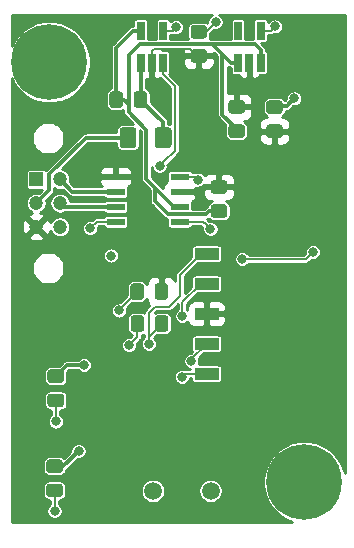
<source format=gbl>
G04 #@! TF.GenerationSoftware,KiCad,Pcbnew,5.1.10*
G04 #@! TF.CreationDate,2022-01-04T22:36:10-05:00*
G04 #@! TF.ProjectId,logger,6c6f6767-6572-42e6-9b69-6361645f7063,rev?*
G04 #@! TF.SameCoordinates,Original*
G04 #@! TF.FileFunction,Copper,L2,Bot*
G04 #@! TF.FilePolarity,Positive*
%FSLAX46Y46*%
G04 Gerber Fmt 4.6, Leading zero omitted, Abs format (unit mm)*
G04 Created by KiCad (PCBNEW 5.1.10) date 2022-01-04 22:36:10*
%MOMM*%
%LPD*%
G01*
G04 APERTURE LIST*
G04 #@! TA.AperFunction,ComponentPad*
%ADD10C,1.200000*%
G04 #@! TD*
G04 #@! TA.AperFunction,ComponentPad*
%ADD11R,1.200000X1.200000*%
G04 #@! TD*
G04 #@! TA.AperFunction,ComponentPad*
%ADD12C,1.500000*%
G04 #@! TD*
G04 #@! TA.AperFunction,ComponentPad*
%ADD13C,6.400000*%
G04 #@! TD*
G04 #@! TA.AperFunction,SMDPad,CuDef*
%ADD14R,0.650000X1.560000*%
G04 #@! TD*
G04 #@! TA.AperFunction,SMDPad,CuDef*
%ADD15R,1.550000X0.600000*%
G04 #@! TD*
G04 #@! TA.AperFunction,SMDPad,CuDef*
%ADD16R,2.000000X1.000000*%
G04 #@! TD*
G04 #@! TA.AperFunction,ViaPad*
%ADD17C,0.800000*%
G04 #@! TD*
G04 #@! TA.AperFunction,Conductor*
%ADD18C,0.304800*%
G04 #@! TD*
G04 #@! TA.AperFunction,Conductor*
%ADD19C,0.203200*%
G04 #@! TD*
G04 #@! TA.AperFunction,Conductor*
%ADD20C,0.254000*%
G04 #@! TD*
G04 #@! TA.AperFunction,Conductor*
%ADD21C,0.100000*%
G04 #@! TD*
G04 APERTURE END LIST*
D10*
X128676400Y-78086200D03*
X128676400Y-80086200D03*
X128676400Y-82086200D03*
X126676400Y-82086200D03*
D11*
X126676400Y-78086200D03*
D10*
X126676400Y-80086200D03*
D12*
X141430400Y-104444800D03*
X136550400Y-104444800D03*
D13*
X127787400Y-68148200D03*
G04 #@! TA.AperFunction,SMDPad,CuDef*
G36*
G01*
X127769199Y-103837000D02*
X128669201Y-103837000D01*
G75*
G02*
X128919200Y-104086999I0J-249999D01*
G01*
X128919200Y-104737001D01*
G75*
G02*
X128669201Y-104987000I-249999J0D01*
G01*
X127769199Y-104987000D01*
G75*
G02*
X127519200Y-104737001I0J249999D01*
G01*
X127519200Y-104086999D01*
G75*
G02*
X127769199Y-103837000I249999J0D01*
G01*
G37*
G04 #@! TD.AperFunction*
G04 #@! TA.AperFunction,SMDPad,CuDef*
G36*
G01*
X127769199Y-101787000D02*
X128669201Y-101787000D01*
G75*
G02*
X128919200Y-102036999I0J-249999D01*
G01*
X128919200Y-102687001D01*
G75*
G02*
X128669201Y-102937000I-249999J0D01*
G01*
X127769199Y-102937000D01*
G75*
G02*
X127519200Y-102687001I0J249999D01*
G01*
X127519200Y-102036999D01*
G75*
G02*
X127769199Y-101787000I249999J0D01*
G01*
G37*
G04 #@! TD.AperFunction*
G04 #@! TA.AperFunction,SMDPad,CuDef*
G36*
G01*
X127870799Y-94167000D02*
X128770801Y-94167000D01*
G75*
G02*
X129020800Y-94416999I0J-249999D01*
G01*
X129020800Y-95067001D01*
G75*
G02*
X128770801Y-95317000I-249999J0D01*
G01*
X127870799Y-95317000D01*
G75*
G02*
X127620800Y-95067001I0J249999D01*
G01*
X127620800Y-94416999D01*
G75*
G02*
X127870799Y-94167000I249999J0D01*
G01*
G37*
G04 #@! TD.AperFunction*
G04 #@! TA.AperFunction,SMDPad,CuDef*
G36*
G01*
X127870799Y-96217000D02*
X128770801Y-96217000D01*
G75*
G02*
X129020800Y-96466999I0J-249999D01*
G01*
X129020800Y-97117001D01*
G75*
G02*
X128770801Y-97367000I-249999J0D01*
G01*
X127870799Y-97367000D01*
G75*
G02*
X127620800Y-97117001I0J249999D01*
G01*
X127620800Y-96466999D01*
G75*
G02*
X127870799Y-96217000I249999J0D01*
G01*
G37*
G04 #@! TD.AperFunction*
G04 #@! TA.AperFunction,SMDPad,CuDef*
G36*
G01*
X134908600Y-71773201D02*
X134908600Y-70873199D01*
G75*
G02*
X135158599Y-70623200I249999J0D01*
G01*
X135808601Y-70623200D01*
G75*
G02*
X136058600Y-70873199I0J-249999D01*
G01*
X136058600Y-71773201D01*
G75*
G02*
X135808601Y-72023200I-249999J0D01*
G01*
X135158599Y-72023200D01*
G75*
G02*
X134908600Y-71773201I0J249999D01*
G01*
G37*
G04 #@! TD.AperFunction*
G04 #@! TA.AperFunction,SMDPad,CuDef*
G36*
G01*
X132858600Y-71773201D02*
X132858600Y-70873199D01*
G75*
G02*
X133108599Y-70623200I249999J0D01*
G01*
X133758601Y-70623200D01*
G75*
G02*
X134008600Y-70873199I0J-249999D01*
G01*
X134008600Y-71773201D01*
G75*
G02*
X133758601Y-72023200I-249999J0D01*
G01*
X133108599Y-72023200D01*
G75*
G02*
X132858600Y-71773201I0J249999D01*
G01*
G37*
G04 #@! TD.AperFunction*
D14*
X145669000Y-68199000D03*
X144719000Y-68199000D03*
X143769000Y-68199000D03*
X143769000Y-65499000D03*
X145669000Y-65499000D03*
G04 #@! TA.AperFunction,SMDPad,CuDef*
G36*
G01*
X138126500Y-73924000D02*
X138126500Y-75174000D01*
G75*
G02*
X137876500Y-75424000I-250000J0D01*
G01*
X136951500Y-75424000D01*
G75*
G02*
X136701500Y-75174000I0J250000D01*
G01*
X136701500Y-73924000D01*
G75*
G02*
X136951500Y-73674000I250000J0D01*
G01*
X137876500Y-73674000D01*
G75*
G02*
X138126500Y-73924000I0J-250000D01*
G01*
G37*
G04 #@! TD.AperFunction*
G04 #@! TA.AperFunction,SMDPad,CuDef*
G36*
G01*
X135151500Y-73924000D02*
X135151500Y-75174000D01*
G75*
G02*
X134901500Y-75424000I-250000J0D01*
G01*
X133976500Y-75424000D01*
G75*
G02*
X133726500Y-75174000I0J250000D01*
G01*
X133726500Y-73924000D01*
G75*
G02*
X133976500Y-73674000I250000J0D01*
G01*
X134901500Y-73674000D01*
G75*
G02*
X135151500Y-73924000I0J-250000D01*
G01*
G37*
G04 #@! TD.AperFunction*
G04 #@! TA.AperFunction,SMDPad,CuDef*
G36*
G01*
X137836600Y-87129199D02*
X137836600Y-88029201D01*
G75*
G02*
X137586601Y-88279200I-249999J0D01*
G01*
X136936599Y-88279200D01*
G75*
G02*
X136686600Y-88029201I0J249999D01*
G01*
X136686600Y-87129199D01*
G75*
G02*
X136936599Y-86879200I249999J0D01*
G01*
X137586601Y-86879200D01*
G75*
G02*
X137836600Y-87129199I0J-249999D01*
G01*
G37*
G04 #@! TD.AperFunction*
G04 #@! TA.AperFunction,SMDPad,CuDef*
G36*
G01*
X135786600Y-87129199D02*
X135786600Y-88029201D01*
G75*
G02*
X135536601Y-88279200I-249999J0D01*
G01*
X134886599Y-88279200D01*
G75*
G02*
X134636600Y-88029201I0J249999D01*
G01*
X134636600Y-87129199D01*
G75*
G02*
X134886599Y-86879200I249999J0D01*
G01*
X135536601Y-86879200D01*
G75*
G02*
X135786600Y-87129199I0J-249999D01*
G01*
G37*
G04 #@! TD.AperFunction*
X137414000Y-68199000D03*
X136464000Y-68199000D03*
X135514000Y-68199000D03*
X135514000Y-65499000D03*
X137414000Y-65499000D03*
G04 #@! TA.AperFunction,SMDPad,CuDef*
G36*
G01*
X142588401Y-81347000D02*
X141688399Y-81347000D01*
G75*
G02*
X141438400Y-81097001I0J249999D01*
G01*
X141438400Y-80446999D01*
G75*
G02*
X141688399Y-80197000I249999J0D01*
G01*
X142588401Y-80197000D01*
G75*
G02*
X142838400Y-80446999I0J-249999D01*
G01*
X142838400Y-81097001D01*
G75*
G02*
X142588401Y-81347000I-249999J0D01*
G01*
G37*
G04 #@! TD.AperFunction*
G04 #@! TA.AperFunction,SMDPad,CuDef*
G36*
G01*
X142588401Y-79297000D02*
X141688399Y-79297000D01*
G75*
G02*
X141438400Y-79047001I0J249999D01*
G01*
X141438400Y-78396999D01*
G75*
G02*
X141688399Y-78147000I249999J0D01*
G01*
X142588401Y-78147000D01*
G75*
G02*
X142838400Y-78396999I0J-249999D01*
G01*
X142838400Y-79047001D01*
G75*
G02*
X142588401Y-79297000I-249999J0D01*
G01*
G37*
G04 #@! TD.AperFunction*
D15*
X138811000Y-77851000D03*
X138811000Y-79121000D03*
X138811000Y-80391000D03*
X138811000Y-81661000D03*
X133411000Y-81661000D03*
X133411000Y-80391000D03*
X133411000Y-79121000D03*
X133411000Y-77851000D03*
G04 #@! TA.AperFunction,SMDPad,CuDef*
G36*
G01*
X147287401Y-74583200D02*
X146387399Y-74583200D01*
G75*
G02*
X146137400Y-74333201I0J249999D01*
G01*
X146137400Y-73683199D01*
G75*
G02*
X146387399Y-73433200I249999J0D01*
G01*
X147287401Y-73433200D01*
G75*
G02*
X147537400Y-73683199I0J-249999D01*
G01*
X147537400Y-74333201D01*
G75*
G02*
X147287401Y-74583200I-249999J0D01*
G01*
G37*
G04 #@! TD.AperFunction*
G04 #@! TA.AperFunction,SMDPad,CuDef*
G36*
G01*
X147287401Y-72533200D02*
X146387399Y-72533200D01*
G75*
G02*
X146137400Y-72283201I0J249999D01*
G01*
X146137400Y-71633199D01*
G75*
G02*
X146387399Y-71383200I249999J0D01*
G01*
X147287401Y-71383200D01*
G75*
G02*
X147537400Y-71633199I0J-249999D01*
G01*
X147537400Y-72283201D01*
G75*
G02*
X147287401Y-72533200I-249999J0D01*
G01*
G37*
G04 #@! TD.AperFunction*
G04 #@! TA.AperFunction,SMDPad,CuDef*
G36*
G01*
X143186999Y-73415200D02*
X144087001Y-73415200D01*
G75*
G02*
X144337000Y-73665199I0J-249999D01*
G01*
X144337000Y-74315201D01*
G75*
G02*
X144087001Y-74565200I-249999J0D01*
G01*
X143186999Y-74565200D01*
G75*
G02*
X142937000Y-74315201I0J249999D01*
G01*
X142937000Y-73665199D01*
G75*
G02*
X143186999Y-73415200I249999J0D01*
G01*
G37*
G04 #@! TD.AperFunction*
G04 #@! TA.AperFunction,SMDPad,CuDef*
G36*
G01*
X143186999Y-71365200D02*
X144087001Y-71365200D01*
G75*
G02*
X144337000Y-71615199I0J-249999D01*
G01*
X144337000Y-72265201D01*
G75*
G02*
X144087001Y-72515200I-249999J0D01*
G01*
X143186999Y-72515200D01*
G75*
G02*
X142937000Y-72265201I0J249999D01*
G01*
X142937000Y-71615199D01*
G75*
G02*
X143186999Y-71365200I249999J0D01*
G01*
G37*
G04 #@! TD.AperFunction*
G04 #@! TA.AperFunction,SMDPad,CuDef*
G36*
G01*
X140886601Y-66157800D02*
X139986599Y-66157800D01*
G75*
G02*
X139736600Y-65907801I0J249999D01*
G01*
X139736600Y-65257799D01*
G75*
G02*
X139986599Y-65007800I249999J0D01*
G01*
X140886601Y-65007800D01*
G75*
G02*
X141136600Y-65257799I0J-249999D01*
G01*
X141136600Y-65907801D01*
G75*
G02*
X140886601Y-66157800I-249999J0D01*
G01*
G37*
G04 #@! TD.AperFunction*
G04 #@! TA.AperFunction,SMDPad,CuDef*
G36*
G01*
X140886601Y-68207800D02*
X139986599Y-68207800D01*
G75*
G02*
X139736600Y-67957801I0J249999D01*
G01*
X139736600Y-67307799D01*
G75*
G02*
X139986599Y-67057800I249999J0D01*
G01*
X140886601Y-67057800D01*
G75*
G02*
X141136600Y-67307799I0J-249999D01*
G01*
X141136600Y-67957801D01*
G75*
G02*
X140886601Y-68207800I-249999J0D01*
G01*
G37*
G04 #@! TD.AperFunction*
G04 #@! TA.AperFunction,SMDPad,CuDef*
G36*
G01*
X134662000Y-90747001D02*
X134662000Y-89846999D01*
G75*
G02*
X134911999Y-89597000I249999J0D01*
G01*
X135562001Y-89597000D01*
G75*
G02*
X135812000Y-89846999I0J-249999D01*
G01*
X135812000Y-90747001D01*
G75*
G02*
X135562001Y-90997000I-249999J0D01*
G01*
X134911999Y-90997000D01*
G75*
G02*
X134662000Y-90747001I0J249999D01*
G01*
G37*
G04 #@! TD.AperFunction*
G04 #@! TA.AperFunction,SMDPad,CuDef*
G36*
G01*
X136712000Y-90747001D02*
X136712000Y-89846999D01*
G75*
G02*
X136961999Y-89597000I249999J0D01*
G01*
X137612001Y-89597000D01*
G75*
G02*
X137862000Y-89846999I0J-249999D01*
G01*
X137862000Y-90747001D01*
G75*
G02*
X137612001Y-90997000I-249999J0D01*
G01*
X136961999Y-90997000D01*
G75*
G02*
X136712000Y-90747001I0J249999D01*
G01*
G37*
G04 #@! TD.AperFunction*
D16*
X141097000Y-94538800D03*
X141097000Y-91998800D03*
X141097000Y-89458800D03*
X141097000Y-86918800D03*
X141097000Y-84378800D03*
D13*
X149377400Y-103708200D03*
D17*
X133096000Y-98806000D03*
X133096000Y-99949000D03*
X133096000Y-101092000D03*
X133096000Y-102235000D03*
X133096000Y-103505000D03*
X133096000Y-104648000D03*
X133096000Y-105791000D03*
X133858000Y-106553000D03*
X136144000Y-106553000D03*
X137414000Y-106553000D03*
X138557000Y-106553000D03*
X139700000Y-106553000D03*
X140843000Y-106553000D03*
X141986000Y-106553000D03*
X143256000Y-106553000D03*
X144399000Y-106553000D03*
X144780000Y-105283000D03*
X144780000Y-104013000D03*
X144780000Y-102743000D03*
X144780000Y-101473000D03*
X144780000Y-100330000D03*
X144780000Y-99187000D03*
X135001000Y-106553000D03*
X143002000Y-94361000D03*
X151511000Y-92964000D03*
X143637000Y-88925400D03*
X134518400Y-84963000D03*
X151434800Y-68656200D03*
X151053800Y-76428600D03*
X141224000Y-73304400D03*
X134518400Y-92125800D03*
X133680200Y-89179400D03*
X130251200Y-101066600D03*
X132994400Y-84531200D03*
X148513800Y-71221600D03*
X138506200Y-65201800D03*
X141859000Y-64744600D03*
X146888200Y-65125600D03*
X139039600Y-89662000D03*
X131241800Y-82219800D03*
X130728010Y-93798498D03*
X144119600Y-84836000D03*
X150114000Y-84226400D03*
X128219200Y-106172000D03*
X128320800Y-98577400D03*
X139801600Y-93472000D03*
X136194800Y-91998800D03*
X138988800Y-94792800D03*
X137109200Y-76962000D03*
X140360400Y-78105000D03*
X141421410Y-82296000D03*
D18*
X133858000Y-106680000D02*
X133858000Y-106553000D01*
D19*
X136674600Y-67005200D02*
X139649200Y-67005200D01*
X136464000Y-68199000D02*
X136464000Y-67215800D01*
X139649200Y-67005200D02*
X140436600Y-67792600D01*
X136464000Y-67215800D02*
X136674600Y-67005200D01*
X135237000Y-91407200D02*
X134518400Y-92125800D01*
X135237000Y-90297000D02*
X135237000Y-91407200D01*
X133680200Y-89110600D02*
X133680200Y-89179400D01*
X135211600Y-87579200D02*
X133680200Y-89110600D01*
D18*
X128955800Y-102362000D02*
X130251200Y-101066600D01*
X128219200Y-102362000D02*
X128955800Y-102362000D01*
X147862400Y-71873000D02*
X148513800Y-71221600D01*
X147066000Y-71873000D02*
X147862400Y-71873000D01*
D19*
X138209000Y-65499000D02*
X138506200Y-65201800D01*
X137414000Y-65499000D02*
X138209000Y-65499000D01*
X140861000Y-65742600D02*
X141859000Y-64744600D01*
X140436600Y-65742600D02*
X140861000Y-65742600D01*
X146514800Y-65499000D02*
X146888200Y-65125600D01*
X145669000Y-65499000D02*
X146514800Y-65499000D01*
X139039600Y-88476200D02*
X139039600Y-89662000D01*
X140597000Y-86918800D02*
X139039600Y-88476200D01*
X141097000Y-86918800D02*
X140597000Y-86918800D01*
X131800600Y-81661000D02*
X131241800Y-82219800D01*
X133411000Y-81661000D02*
X131800600Y-81661000D01*
D18*
X129264302Y-93798498D02*
X130162325Y-93798498D01*
X128320800Y-94742000D02*
X129264302Y-93798498D01*
X130162325Y-93798498D02*
X130728010Y-93798498D01*
D19*
X149504400Y-84836000D02*
X150114000Y-84226400D01*
X144119600Y-84836000D02*
X149504400Y-84836000D01*
D18*
X143139200Y-68199000D02*
X143769000Y-68199000D01*
X141884400Y-66944200D02*
X141716800Y-66776600D01*
X142428000Y-72596000D02*
X142428000Y-67487800D01*
X143637000Y-73805000D02*
X142428000Y-72596000D01*
X142428000Y-67487800D02*
X143139200Y-68199000D01*
X141716800Y-66776600D02*
X142428000Y-67487800D01*
X138336000Y-80391000D02*
X138811000Y-80391000D01*
X141338400Y-80772000D02*
X141084400Y-81026000D01*
X142138400Y-80772000D02*
X141338400Y-80772000D01*
X141084400Y-81026000D02*
X137820400Y-81026000D01*
X136728200Y-79933800D02*
X136728200Y-78783200D01*
X137820400Y-81026000D02*
X136728200Y-79933800D01*
X136728200Y-78783200D02*
X138336000Y-80391000D01*
X135991600Y-78046600D02*
X136728200Y-78783200D01*
X134493000Y-72364600D02*
X135991600Y-73863200D01*
X135991600Y-73863200D02*
X135991600Y-78046600D01*
X133433600Y-70523200D02*
X133433600Y-71323200D01*
X133433600Y-66949600D02*
X133433600Y-70523200D01*
X134884200Y-65499000D02*
X133433600Y-66949600D01*
X135514000Y-65499000D02*
X134884200Y-65499000D01*
X134493000Y-71707600D02*
X134493000Y-72364600D01*
X134108600Y-71323200D02*
X134493000Y-71707600D01*
X133433600Y-71323200D02*
X134108600Y-71323200D01*
X134493000Y-67538600D02*
X134493000Y-72364600D01*
X135433410Y-66598190D02*
X134493000Y-67538600D01*
X141538390Y-66598190D02*
X135433410Y-66598190D01*
X141716800Y-66776600D02*
X141538390Y-66598190D01*
X145669000Y-67114200D02*
X145669000Y-68199000D01*
X145153600Y-66598800D02*
X145669000Y-67114200D01*
X141655800Y-66598800D02*
X145153600Y-66598800D01*
X141655800Y-66715600D02*
X141655800Y-66598800D01*
X141716800Y-66776600D02*
X141655800Y-66715600D01*
D19*
X128219200Y-106172000D02*
X128219200Y-104412000D01*
X128320800Y-96792000D02*
X128320800Y-98577400D01*
D18*
X135514000Y-71292800D02*
X135483600Y-71323200D01*
X135514000Y-68199000D02*
X135514000Y-71292800D01*
X137414000Y-73253600D02*
X137414000Y-74549000D01*
X135483600Y-71323200D02*
X137414000Y-73253600D01*
X130873606Y-74549000D02*
X134439000Y-74549000D01*
X127770999Y-77651607D02*
X130873606Y-74549000D01*
X127770999Y-78991601D02*
X127770999Y-77651607D01*
X126676400Y-80086200D02*
X127770999Y-78991601D01*
D19*
X139801600Y-93294200D02*
X141097000Y-91998800D01*
X139801600Y-93472000D02*
X139801600Y-93294200D01*
X136194800Y-91389200D02*
X137287000Y-90297000D01*
X136194800Y-91998800D02*
X136194800Y-91389200D01*
X140597000Y-84378800D02*
X141097000Y-84378800D01*
X138836400Y-86139400D02*
X140597000Y-84378800D01*
X138836400Y-87934800D02*
X138836400Y-86139400D01*
X137922000Y-88849200D02*
X138836400Y-87934800D01*
X136702800Y-88849200D02*
X137922000Y-88849200D01*
X136194800Y-89357200D02*
X136702800Y-88849200D01*
X136194800Y-91389200D02*
X136194800Y-89357200D01*
X139242800Y-94538800D02*
X138988800Y-94792800D01*
X141097000Y-94538800D02*
X139242800Y-94538800D01*
D18*
X128981200Y-80391000D02*
X128676400Y-80086200D01*
X133411000Y-80391000D02*
X128981200Y-80391000D01*
X129711200Y-79121000D02*
X128676400Y-78086200D01*
X133411000Y-79121000D02*
X129711200Y-79121000D01*
D19*
X137414000Y-69182200D02*
X138423599Y-70191799D01*
X137414000Y-68199000D02*
X137414000Y-69182200D01*
X138423599Y-70191799D02*
X138423599Y-75647601D01*
X138423599Y-75647601D02*
X137509199Y-76562001D01*
X137509199Y-76562001D02*
X137109200Y-76962000D01*
X140106400Y-77851000D02*
X140360400Y-78105000D01*
X138811000Y-77851000D02*
X140106400Y-77851000D01*
X138811000Y-81661000D02*
X140786410Y-81661000D01*
X141021411Y-81896001D02*
X141421410Y-82296000D01*
X140786410Y-81661000D02*
X141021411Y-81896001D01*
D20*
X141533584Y-64135789D02*
X141421063Y-64210972D01*
X141325372Y-64306663D01*
X141250189Y-64419184D01*
X141198401Y-64544210D01*
X141172000Y-64676936D01*
X141172000Y-64802817D01*
X141092633Y-64760394D01*
X140991635Y-64729757D01*
X140886601Y-64719412D01*
X139986599Y-64719412D01*
X139881565Y-64729757D01*
X139780567Y-64760394D01*
X139687487Y-64810147D01*
X139605902Y-64877102D01*
X139538947Y-64958687D01*
X139489194Y-65051767D01*
X139458557Y-65152765D01*
X139448212Y-65257799D01*
X139448212Y-65907801D01*
X139458557Y-66012835D01*
X139489194Y-66113833D01*
X139513224Y-66158790D01*
X138027388Y-66158790D01*
X138027388Y-65887600D01*
X138189923Y-65887600D01*
X138209000Y-65889479D01*
X138228077Y-65887600D01*
X138228088Y-65887600D01*
X138285179Y-65881977D01*
X138332329Y-65867674D01*
X138438536Y-65888800D01*
X138573864Y-65888800D01*
X138706590Y-65862399D01*
X138831616Y-65810611D01*
X138944137Y-65735428D01*
X139039828Y-65639737D01*
X139115011Y-65527216D01*
X139166799Y-65402190D01*
X139193200Y-65269464D01*
X139193200Y-65134136D01*
X139166799Y-65001410D01*
X139115011Y-64876384D01*
X139039828Y-64763863D01*
X138944137Y-64668172D01*
X138831616Y-64592989D01*
X138706590Y-64541201D01*
X138573864Y-64514800D01*
X138438536Y-64514800D01*
X138305810Y-64541201D01*
X138180784Y-64592989D01*
X138068263Y-64668172D01*
X138026496Y-64709939D01*
X138021847Y-64662738D01*
X138005436Y-64608639D01*
X137978786Y-64558780D01*
X137942921Y-64515079D01*
X137899220Y-64479214D01*
X137849361Y-64452564D01*
X137795262Y-64436153D01*
X137739000Y-64430612D01*
X137089000Y-64430612D01*
X137032738Y-64436153D01*
X136978639Y-64452564D01*
X136928780Y-64479214D01*
X136885079Y-64515079D01*
X136849214Y-64558780D01*
X136822564Y-64608639D01*
X136806153Y-64662738D01*
X136800612Y-64719000D01*
X136800612Y-66158790D01*
X136127388Y-66158790D01*
X136127388Y-64719000D01*
X136121847Y-64662738D01*
X136105436Y-64608639D01*
X136078786Y-64558780D01*
X136042921Y-64515079D01*
X135999220Y-64479214D01*
X135949361Y-64452564D01*
X135895262Y-64436153D01*
X135839000Y-64430612D01*
X135189000Y-64430612D01*
X135132738Y-64436153D01*
X135078639Y-64452564D01*
X135028780Y-64479214D01*
X134985079Y-64515079D01*
X134949214Y-64558780D01*
X134922564Y-64608639D01*
X134906153Y-64662738D01*
X134900612Y-64719000D01*
X134900612Y-65059092D01*
X134884199Y-65057475D01*
X134862624Y-65059600D01*
X134862615Y-65059600D01*
X134798063Y-65065958D01*
X134715235Y-65091083D01*
X134638901Y-65131885D01*
X134571994Y-65186794D01*
X134558232Y-65203563D01*
X133138168Y-66623628D01*
X133121394Y-66637394D01*
X133066485Y-66704302D01*
X133025683Y-66780636D01*
X133000558Y-66863464D01*
X132994200Y-66928016D01*
X132994200Y-66928023D01*
X132992075Y-66949600D01*
X132994200Y-66971177D01*
X132994201Y-70347998D01*
X132902567Y-70375794D01*
X132809487Y-70425547D01*
X132727902Y-70492502D01*
X132660947Y-70574087D01*
X132611194Y-70667167D01*
X132580557Y-70768165D01*
X132570212Y-70873199D01*
X132570212Y-71773201D01*
X132580557Y-71878235D01*
X132611194Y-71979233D01*
X132660947Y-72072313D01*
X132727902Y-72153898D01*
X132809487Y-72220853D01*
X132902567Y-72270606D01*
X133003565Y-72301243D01*
X133108599Y-72311588D01*
X133758601Y-72311588D01*
X133863635Y-72301243D01*
X133964633Y-72270606D01*
X134053601Y-72223051D01*
X134053601Y-72343013D01*
X134051475Y-72364600D01*
X134059958Y-72450736D01*
X134085083Y-72533564D01*
X134085084Y-72533565D01*
X134125886Y-72609899D01*
X134180795Y-72676806D01*
X134197563Y-72690567D01*
X134892607Y-73385612D01*
X133976500Y-73385612D01*
X133871466Y-73395957D01*
X133770468Y-73426594D01*
X133677388Y-73476347D01*
X133595802Y-73543302D01*
X133528847Y-73624888D01*
X133479094Y-73717968D01*
X133448457Y-73818966D01*
X133438112Y-73924000D01*
X133438112Y-74109600D01*
X130895191Y-74109600D01*
X130873606Y-74107474D01*
X130852021Y-74109600D01*
X130787469Y-74115958D01*
X130704641Y-74141083D01*
X130628307Y-74181885D01*
X130561400Y-74236794D01*
X130547638Y-74253563D01*
X127497721Y-77303481D01*
X127480321Y-77282279D01*
X127436620Y-77246414D01*
X127386761Y-77219764D01*
X127332662Y-77203353D01*
X127276400Y-77197812D01*
X126076400Y-77197812D01*
X126020138Y-77203353D01*
X125966039Y-77219764D01*
X125916180Y-77246414D01*
X125872479Y-77282279D01*
X125836614Y-77325980D01*
X125809964Y-77375839D01*
X125793553Y-77429938D01*
X125788012Y-77486200D01*
X125788012Y-78686200D01*
X125793553Y-78742462D01*
X125809964Y-78796561D01*
X125836614Y-78846420D01*
X125872479Y-78890121D01*
X125916180Y-78925986D01*
X125966039Y-78952636D01*
X126020138Y-78969047D01*
X126076400Y-78974588D01*
X127166607Y-78974588D01*
X126912425Y-79228771D01*
X126763762Y-79199200D01*
X126589038Y-79199200D01*
X126417672Y-79233287D01*
X126256248Y-79300151D01*
X126110970Y-79397222D01*
X125987422Y-79520770D01*
X125890351Y-79666048D01*
X125823487Y-79827472D01*
X125789400Y-79998838D01*
X125789400Y-80173562D01*
X125823487Y-80344928D01*
X125890351Y-80506352D01*
X125987422Y-80651630D01*
X126110970Y-80775178D01*
X126256248Y-80872249D01*
X126322919Y-80899865D01*
X126129982Y-80971998D01*
X126053548Y-81012852D01*
X126006241Y-81236436D01*
X126676400Y-81906595D01*
X127346559Y-81236436D01*
X127299252Y-81012852D01*
X127077884Y-80911963D01*
X127028659Y-80900371D01*
X127096552Y-80872249D01*
X127241830Y-80775178D01*
X127365378Y-80651630D01*
X127462449Y-80506352D01*
X127529313Y-80344928D01*
X127563400Y-80173562D01*
X127563400Y-79998838D01*
X127789400Y-79998838D01*
X127789400Y-80173562D01*
X127823487Y-80344928D01*
X127890351Y-80506352D01*
X127987422Y-80651630D01*
X128110970Y-80775178D01*
X128256248Y-80872249D01*
X128417672Y-80939113D01*
X128589038Y-80973200D01*
X128763762Y-80973200D01*
X128935128Y-80939113D01*
X129096552Y-80872249D01*
X129159184Y-80830400D01*
X132385086Y-80830400D01*
X132396214Y-80851220D01*
X132432079Y-80894921D01*
X132475780Y-80930786D01*
X132525639Y-80957436D01*
X132579738Y-80973847D01*
X132636000Y-80979388D01*
X134186000Y-80979388D01*
X134242262Y-80973847D01*
X134296361Y-80957436D01*
X134346220Y-80930786D01*
X134389921Y-80894921D01*
X134425786Y-80851220D01*
X134452436Y-80801361D01*
X134468847Y-80747262D01*
X134474388Y-80691000D01*
X134474388Y-80091000D01*
X134468847Y-80034738D01*
X134452436Y-79980639D01*
X134425786Y-79930780D01*
X134389921Y-79887079D01*
X134346220Y-79851214D01*
X134296361Y-79824564D01*
X134242262Y-79808153D01*
X134186000Y-79802612D01*
X132636000Y-79802612D01*
X132579738Y-79808153D01*
X132525639Y-79824564D01*
X132475780Y-79851214D01*
X132432079Y-79887079D01*
X132396214Y-79930780D01*
X132385086Y-79951600D01*
X129554004Y-79951600D01*
X129529313Y-79827472D01*
X129462449Y-79666048D01*
X129365378Y-79520770D01*
X129241830Y-79397222D01*
X129096552Y-79300151D01*
X128935128Y-79233287D01*
X128763762Y-79199200D01*
X128589038Y-79199200D01*
X128417672Y-79233287D01*
X128256248Y-79300151D01*
X128110970Y-79397222D01*
X127987422Y-79520770D01*
X127890351Y-79666048D01*
X127823487Y-79827472D01*
X127789400Y-79998838D01*
X127563400Y-79998838D01*
X127533829Y-79850175D01*
X128066437Y-79317568D01*
X128083205Y-79303807D01*
X128138114Y-79236900D01*
X128178916Y-79160566D01*
X128204041Y-79077738D01*
X128210399Y-79013186D01*
X128210399Y-79013185D01*
X128212525Y-78991601D01*
X128210399Y-78970016D01*
X128210399Y-78841614D01*
X128256248Y-78872249D01*
X128417672Y-78939113D01*
X128589038Y-78973200D01*
X128763762Y-78973200D01*
X128912425Y-78943629D01*
X129385232Y-79416437D01*
X129398994Y-79433206D01*
X129465901Y-79488115D01*
X129542235Y-79528917D01*
X129625063Y-79554042D01*
X129689615Y-79560400D01*
X129689624Y-79560400D01*
X129711199Y-79562525D01*
X129732774Y-79560400D01*
X132385086Y-79560400D01*
X132396214Y-79581220D01*
X132432079Y-79624921D01*
X132475780Y-79660786D01*
X132525639Y-79687436D01*
X132579738Y-79703847D01*
X132636000Y-79709388D01*
X134186000Y-79709388D01*
X134242262Y-79703847D01*
X134296361Y-79687436D01*
X134346220Y-79660786D01*
X134389921Y-79624921D01*
X134425786Y-79581220D01*
X134452436Y-79531361D01*
X134468847Y-79477262D01*
X134474388Y-79421000D01*
X134474388Y-78821000D01*
X134468847Y-78764738D01*
X134457126Y-78726099D01*
X134540494Y-78681537D01*
X134637185Y-78602185D01*
X134716537Y-78505494D01*
X134775502Y-78395180D01*
X134811812Y-78275482D01*
X134824072Y-78151000D01*
X134821000Y-78136750D01*
X134662250Y-77978000D01*
X133538000Y-77978000D01*
X133538000Y-77998000D01*
X133284000Y-77998000D01*
X133284000Y-77978000D01*
X132159750Y-77978000D01*
X132001000Y-78136750D01*
X131997928Y-78151000D01*
X132010188Y-78275482D01*
X132046498Y-78395180D01*
X132105463Y-78505494D01*
X132184815Y-78602185D01*
X132281506Y-78681537D01*
X132281624Y-78681600D01*
X129893205Y-78681600D01*
X129533829Y-78322225D01*
X129563400Y-78173562D01*
X129563400Y-77998838D01*
X129529313Y-77827472D01*
X129462449Y-77666048D01*
X129385577Y-77551000D01*
X131997928Y-77551000D01*
X132001000Y-77565250D01*
X132159750Y-77724000D01*
X133284000Y-77724000D01*
X133284000Y-77074750D01*
X133538000Y-77074750D01*
X133538000Y-77724000D01*
X134662250Y-77724000D01*
X134821000Y-77565250D01*
X134824072Y-77551000D01*
X134811812Y-77426518D01*
X134775502Y-77306820D01*
X134716537Y-77196506D01*
X134637185Y-77099815D01*
X134540494Y-77020463D01*
X134430180Y-76961498D01*
X134310482Y-76925188D01*
X134186000Y-76912928D01*
X133696750Y-76916000D01*
X133538000Y-77074750D01*
X133284000Y-77074750D01*
X133125250Y-76916000D01*
X132636000Y-76912928D01*
X132511518Y-76925188D01*
X132391820Y-76961498D01*
X132281506Y-77020463D01*
X132184815Y-77099815D01*
X132105463Y-77196506D01*
X132046498Y-77306820D01*
X132010188Y-77426518D01*
X131997928Y-77551000D01*
X129385577Y-77551000D01*
X129365378Y-77520770D01*
X129241830Y-77397222D01*
X129096552Y-77300151D01*
X128935128Y-77233287D01*
X128831363Y-77212647D01*
X131055611Y-74988400D01*
X133438112Y-74988400D01*
X133438112Y-75174000D01*
X133448457Y-75279034D01*
X133479094Y-75380032D01*
X133528847Y-75473112D01*
X133595802Y-75554698D01*
X133677388Y-75621653D01*
X133770468Y-75671406D01*
X133871466Y-75702043D01*
X133976500Y-75712388D01*
X134901500Y-75712388D01*
X135006534Y-75702043D01*
X135107532Y-75671406D01*
X135200612Y-75621653D01*
X135282198Y-75554698D01*
X135349153Y-75473112D01*
X135398906Y-75380032D01*
X135429543Y-75279034D01*
X135439888Y-75174000D01*
X135439888Y-73932894D01*
X135552200Y-74045206D01*
X135552201Y-78025013D01*
X135550075Y-78046600D01*
X135558558Y-78132736D01*
X135583683Y-78215564D01*
X135596531Y-78239600D01*
X135624486Y-78291899D01*
X135679395Y-78358806D01*
X135696163Y-78372567D01*
X136288801Y-78965206D01*
X136288800Y-79912222D01*
X136286675Y-79933800D01*
X136288800Y-79955377D01*
X136288800Y-79955384D01*
X136295158Y-80019936D01*
X136320283Y-80102764D01*
X136361085Y-80179098D01*
X136415994Y-80246006D01*
X136432768Y-80259772D01*
X137494432Y-81321437D01*
X137508194Y-81338206D01*
X137575101Y-81393115D01*
X137651435Y-81433917D01*
X137734263Y-81459042D01*
X137747612Y-81460357D01*
X137747612Y-81961000D01*
X137753153Y-82017262D01*
X137769564Y-82071361D01*
X137796214Y-82121220D01*
X137832079Y-82164921D01*
X137875780Y-82200786D01*
X137925639Y-82227436D01*
X137979738Y-82243847D01*
X138036000Y-82249388D01*
X139586000Y-82249388D01*
X139642262Y-82243847D01*
X139696361Y-82227436D01*
X139746220Y-82200786D01*
X139789921Y-82164921D01*
X139825786Y-82121220D01*
X139852436Y-82071361D01*
X139859037Y-82049600D01*
X140625448Y-82049600D01*
X140745986Y-82170139D01*
X140734410Y-82228336D01*
X140734410Y-82363664D01*
X140760811Y-82496390D01*
X140812599Y-82621416D01*
X140887782Y-82733937D01*
X140983473Y-82829628D01*
X141095994Y-82904811D01*
X141221020Y-82956599D01*
X141353746Y-82983000D01*
X141489074Y-82983000D01*
X141621800Y-82956599D01*
X141746826Y-82904811D01*
X141859347Y-82829628D01*
X141955038Y-82733937D01*
X142030221Y-82621416D01*
X142082009Y-82496390D01*
X142108410Y-82363664D01*
X142108410Y-82228336D01*
X142082009Y-82095610D01*
X142030221Y-81970584D01*
X141955038Y-81858063D01*
X141859347Y-81762372D01*
X141746826Y-81687189D01*
X141621800Y-81635401D01*
X141489074Y-81609000D01*
X141353746Y-81609000D01*
X141295549Y-81620576D01*
X141137289Y-81462317D01*
X141170537Y-81459042D01*
X141253365Y-81433917D01*
X141266159Y-81427078D01*
X141307702Y-81477698D01*
X141389287Y-81544653D01*
X141482367Y-81594406D01*
X141583365Y-81625043D01*
X141688399Y-81635388D01*
X142588401Y-81635388D01*
X142693435Y-81625043D01*
X142794433Y-81594406D01*
X142887513Y-81544653D01*
X142969098Y-81477698D01*
X143036053Y-81396113D01*
X143085806Y-81303033D01*
X143116443Y-81202035D01*
X143126788Y-81097001D01*
X143126788Y-80446999D01*
X143116443Y-80341965D01*
X143085806Y-80240967D01*
X143036053Y-80147887D01*
X142969098Y-80066302D01*
X142887513Y-79999347D01*
X142794433Y-79949594D01*
X142744258Y-79934374D01*
X142838400Y-79935072D01*
X142962882Y-79922812D01*
X143082580Y-79886502D01*
X143192894Y-79827537D01*
X143289585Y-79748185D01*
X143368937Y-79651494D01*
X143427902Y-79541180D01*
X143464212Y-79421482D01*
X143476472Y-79297000D01*
X143473400Y-79007750D01*
X143314650Y-78849000D01*
X142265400Y-78849000D01*
X142265400Y-78869000D01*
X142011400Y-78869000D01*
X142011400Y-78849000D01*
X140962150Y-78849000D01*
X140803400Y-79007750D01*
X140800328Y-79297000D01*
X140812588Y-79421482D01*
X140848898Y-79541180D01*
X140907863Y-79651494D01*
X140987215Y-79748185D01*
X141083906Y-79827537D01*
X141194220Y-79886502D01*
X141313918Y-79922812D01*
X141438400Y-79935072D01*
X141532542Y-79934374D01*
X141482367Y-79949594D01*
X141389287Y-79999347D01*
X141307702Y-80066302D01*
X141240747Y-80147887D01*
X141190994Y-80240967D01*
X141160357Y-80341965D01*
X141157553Y-80370434D01*
X141093101Y-80404885D01*
X141026194Y-80459794D01*
X141012428Y-80476568D01*
X140902396Y-80586600D01*
X139874388Y-80586600D01*
X139874388Y-80091000D01*
X139868847Y-80034738D01*
X139857126Y-79996099D01*
X139940494Y-79951537D01*
X140037185Y-79872185D01*
X140116537Y-79775494D01*
X140175502Y-79665180D01*
X140211812Y-79545482D01*
X140224072Y-79421000D01*
X140221000Y-79406750D01*
X140062250Y-79248000D01*
X138938000Y-79248000D01*
X138938000Y-79268000D01*
X138684000Y-79268000D01*
X138684000Y-79248000D01*
X138664000Y-79248000D01*
X138664000Y-78994000D01*
X138684000Y-78994000D01*
X138684000Y-78974000D01*
X138938000Y-78974000D01*
X138938000Y-78994000D01*
X140062250Y-78994000D01*
X140221000Y-78835250D01*
X140224072Y-78821000D01*
X140219787Y-78777489D01*
X140292736Y-78792000D01*
X140428064Y-78792000D01*
X140560790Y-78765599D01*
X140685816Y-78713811D01*
X140798337Y-78638628D01*
X140894028Y-78542937D01*
X140900460Y-78533310D01*
X140962150Y-78595000D01*
X142011400Y-78595000D01*
X142011400Y-77670750D01*
X142265400Y-77670750D01*
X142265400Y-78595000D01*
X143314650Y-78595000D01*
X143473400Y-78436250D01*
X143476472Y-78147000D01*
X143464212Y-78022518D01*
X143427902Y-77902820D01*
X143368937Y-77792506D01*
X143289585Y-77695815D01*
X143192894Y-77616463D01*
X143082580Y-77557498D01*
X142962882Y-77521188D01*
X142838400Y-77508928D01*
X142424150Y-77512000D01*
X142265400Y-77670750D01*
X142011400Y-77670750D01*
X141852650Y-77512000D01*
X141438400Y-77508928D01*
X141313918Y-77521188D01*
X141194220Y-77557498D01*
X141083906Y-77616463D01*
X140987215Y-77695815D01*
X140946438Y-77745502D01*
X140894028Y-77667063D01*
X140798337Y-77571372D01*
X140685816Y-77496189D01*
X140560790Y-77444401D01*
X140428064Y-77418000D01*
X140292736Y-77418000D01*
X140160010Y-77444401D01*
X140118271Y-77461690D01*
X140106400Y-77460521D01*
X140087323Y-77462400D01*
X139859037Y-77462400D01*
X139852436Y-77440639D01*
X139825786Y-77390780D01*
X139789921Y-77347079D01*
X139746220Y-77311214D01*
X139696361Y-77284564D01*
X139642262Y-77268153D01*
X139586000Y-77262612D01*
X138036000Y-77262612D01*
X137979738Y-77268153D01*
X137925639Y-77284564D01*
X137875780Y-77311214D01*
X137832079Y-77347079D01*
X137796214Y-77390780D01*
X137769564Y-77440639D01*
X137753153Y-77494738D01*
X137747612Y-77551000D01*
X137747612Y-78151000D01*
X137753153Y-78207262D01*
X137764874Y-78245901D01*
X137681506Y-78290463D01*
X137584815Y-78369815D01*
X137505463Y-78466506D01*
X137446498Y-78576820D01*
X137410188Y-78696518D01*
X137397928Y-78821000D01*
X137400820Y-78834416D01*
X137054172Y-78487768D01*
X137040406Y-78470994D01*
X137023637Y-78457232D01*
X136431000Y-77864596D01*
X136431000Y-77073904D01*
X136448601Y-77162390D01*
X136500389Y-77287416D01*
X136575572Y-77399937D01*
X136671263Y-77495628D01*
X136783784Y-77570811D01*
X136908810Y-77622599D01*
X137041536Y-77649000D01*
X137176864Y-77649000D01*
X137309590Y-77622599D01*
X137434616Y-77570811D01*
X137547137Y-77495628D01*
X137642828Y-77399937D01*
X137718011Y-77287416D01*
X137769799Y-77162390D01*
X137796200Y-77029664D01*
X137796200Y-76894336D01*
X137784624Y-76836139D01*
X137797477Y-76823286D01*
X137797481Y-76823281D01*
X138684887Y-75935877D01*
X138699710Y-75923712D01*
X138711874Y-75908890D01*
X138711878Y-75908886D01*
X138748271Y-75864540D01*
X138784355Y-75797031D01*
X138806576Y-75723780D01*
X138812199Y-75666689D01*
X138812199Y-75666686D01*
X138814079Y-75647601D01*
X138812199Y-75628516D01*
X138812199Y-70210887D01*
X138814079Y-70191799D01*
X138806576Y-70115620D01*
X138784355Y-70042369D01*
X138748271Y-69974860D01*
X138711878Y-69930514D01*
X138711874Y-69930510D01*
X138699710Y-69915688D01*
X138684889Y-69903525D01*
X137952550Y-69171188D01*
X137978786Y-69139220D01*
X138005436Y-69089361D01*
X138021847Y-69035262D01*
X138027388Y-68979000D01*
X138027388Y-68207800D01*
X139098528Y-68207800D01*
X139110788Y-68332282D01*
X139147098Y-68451980D01*
X139206063Y-68562294D01*
X139285415Y-68658985D01*
X139382106Y-68738337D01*
X139492420Y-68797302D01*
X139612118Y-68833612D01*
X139736600Y-68845872D01*
X140150850Y-68842800D01*
X140309600Y-68684050D01*
X140309600Y-67759800D01*
X140563600Y-67759800D01*
X140563600Y-68684050D01*
X140722350Y-68842800D01*
X141136600Y-68845872D01*
X141261082Y-68833612D01*
X141380780Y-68797302D01*
X141491094Y-68738337D01*
X141587785Y-68658985D01*
X141667137Y-68562294D01*
X141726102Y-68451980D01*
X141762412Y-68332282D01*
X141774672Y-68207800D01*
X141771600Y-67918550D01*
X141612850Y-67759800D01*
X140563600Y-67759800D01*
X140309600Y-67759800D01*
X139260350Y-67759800D01*
X139101600Y-67918550D01*
X139098528Y-68207800D01*
X138027388Y-68207800D01*
X138027388Y-67419000D01*
X138021847Y-67362738D01*
X138005436Y-67308639D01*
X137978786Y-67258780D01*
X137942921Y-67215079D01*
X137899220Y-67179214D01*
X137849361Y-67152564D01*
X137795262Y-67136153D01*
X137739000Y-67130612D01*
X137354872Y-67130612D01*
X137319537Y-67064506D01*
X137297448Y-67037590D01*
X139100518Y-67037590D01*
X139098528Y-67057800D01*
X139101600Y-67347050D01*
X139260350Y-67505800D01*
X140309600Y-67505800D01*
X140309600Y-67485800D01*
X140563600Y-67485800D01*
X140563600Y-67505800D01*
X141612850Y-67505800D01*
X141718723Y-67399927D01*
X141988601Y-67669806D01*
X141988600Y-72574423D01*
X141986475Y-72596000D01*
X141988600Y-72617577D01*
X141988600Y-72617584D01*
X141994958Y-72682136D01*
X142020083Y-72764964D01*
X142060885Y-72841298D01*
X142115794Y-72908206D01*
X142132568Y-72921972D01*
X142684978Y-73474383D01*
X142658957Y-73560165D01*
X142648612Y-73665199D01*
X142648612Y-74315201D01*
X142658957Y-74420235D01*
X142689594Y-74521233D01*
X142739347Y-74614313D01*
X142806302Y-74695898D01*
X142887887Y-74762853D01*
X142980967Y-74812606D01*
X143081965Y-74843243D01*
X143186999Y-74853588D01*
X144087001Y-74853588D01*
X144192035Y-74843243D01*
X144293033Y-74812606D01*
X144386113Y-74762853D01*
X144467698Y-74695898D01*
X144534653Y-74614313D01*
X144551283Y-74583200D01*
X145499328Y-74583200D01*
X145511588Y-74707682D01*
X145547898Y-74827380D01*
X145606863Y-74937694D01*
X145686215Y-75034385D01*
X145782906Y-75113737D01*
X145893220Y-75172702D01*
X146012918Y-75209012D01*
X146137400Y-75221272D01*
X146551650Y-75218200D01*
X146710400Y-75059450D01*
X146710400Y-74135200D01*
X146964400Y-74135200D01*
X146964400Y-75059450D01*
X147123150Y-75218200D01*
X147537400Y-75221272D01*
X147661882Y-75209012D01*
X147781580Y-75172702D01*
X147891894Y-75113737D01*
X147988585Y-75034385D01*
X148067937Y-74937694D01*
X148126902Y-74827380D01*
X148163212Y-74707682D01*
X148175472Y-74583200D01*
X148172400Y-74293950D01*
X148013650Y-74135200D01*
X146964400Y-74135200D01*
X146710400Y-74135200D01*
X145661150Y-74135200D01*
X145502400Y-74293950D01*
X145499328Y-74583200D01*
X144551283Y-74583200D01*
X144584406Y-74521233D01*
X144615043Y-74420235D01*
X144625388Y-74315201D01*
X144625388Y-73665199D01*
X144615043Y-73560165D01*
X144584406Y-73459167D01*
X144570527Y-73433200D01*
X145499328Y-73433200D01*
X145502400Y-73722450D01*
X145661150Y-73881200D01*
X146710400Y-73881200D01*
X146710400Y-73861200D01*
X146964400Y-73861200D01*
X146964400Y-73881200D01*
X148013650Y-73881200D01*
X148172400Y-73722450D01*
X148175472Y-73433200D01*
X148163212Y-73308718D01*
X148126902Y-73189020D01*
X148067937Y-73078706D01*
X147988585Y-72982015D01*
X147891894Y-72902663D01*
X147781580Y-72843698D01*
X147661882Y-72807388D01*
X147537400Y-72795128D01*
X147443258Y-72795826D01*
X147493433Y-72780606D01*
X147586513Y-72730853D01*
X147668098Y-72663898D01*
X147735053Y-72582313D01*
X147784806Y-72489233D01*
X147815443Y-72388235D01*
X147822912Y-72312400D01*
X147840823Y-72312400D01*
X147862400Y-72314525D01*
X147883977Y-72312400D01*
X147883985Y-72312400D01*
X147948537Y-72306042D01*
X148031365Y-72280917D01*
X148107699Y-72240115D01*
X148174606Y-72185206D01*
X148188372Y-72168432D01*
X148448204Y-71908600D01*
X148581464Y-71908600D01*
X148714190Y-71882199D01*
X148839216Y-71830411D01*
X148951737Y-71755228D01*
X149047428Y-71659537D01*
X149122611Y-71547016D01*
X149174399Y-71421990D01*
X149200800Y-71289264D01*
X149200800Y-71153936D01*
X149174399Y-71021210D01*
X149122611Y-70896184D01*
X149047428Y-70783663D01*
X148951737Y-70687972D01*
X148839216Y-70612789D01*
X148714190Y-70561001D01*
X148581464Y-70534600D01*
X148446136Y-70534600D01*
X148313410Y-70561001D01*
X148188384Y-70612789D01*
X148075863Y-70687972D01*
X147980172Y-70783663D01*
X147904989Y-70896184D01*
X147853201Y-71021210D01*
X147826800Y-71153936D01*
X147826800Y-71287196D01*
X147750678Y-71363318D01*
X147735053Y-71334087D01*
X147668098Y-71252502D01*
X147586513Y-71185547D01*
X147493433Y-71135794D01*
X147392435Y-71105157D01*
X147287401Y-71094812D01*
X146387399Y-71094812D01*
X146282365Y-71105157D01*
X146181367Y-71135794D01*
X146088287Y-71185547D01*
X146006702Y-71252502D01*
X145939747Y-71334087D01*
X145889994Y-71427167D01*
X145859357Y-71528165D01*
X145849012Y-71633199D01*
X145849012Y-72283201D01*
X145859357Y-72388235D01*
X145889994Y-72489233D01*
X145939747Y-72582313D01*
X146006702Y-72663898D01*
X146088287Y-72730853D01*
X146181367Y-72780606D01*
X146231542Y-72795826D01*
X146137400Y-72795128D01*
X146012918Y-72807388D01*
X145893220Y-72843698D01*
X145782906Y-72902663D01*
X145686215Y-72982015D01*
X145606863Y-73078706D01*
X145547898Y-73189020D01*
X145511588Y-73308718D01*
X145499328Y-73433200D01*
X144570527Y-73433200D01*
X144534653Y-73366087D01*
X144467698Y-73284502D01*
X144386113Y-73217547D01*
X144293033Y-73167794D01*
X144242858Y-73152574D01*
X144337000Y-73153272D01*
X144461482Y-73141012D01*
X144581180Y-73104702D01*
X144691494Y-73045737D01*
X144788185Y-72966385D01*
X144867537Y-72869694D01*
X144926502Y-72759380D01*
X144962812Y-72639682D01*
X144975072Y-72515200D01*
X144972000Y-72225950D01*
X144813250Y-72067200D01*
X143764000Y-72067200D01*
X143764000Y-72087200D01*
X143510000Y-72087200D01*
X143510000Y-72067200D01*
X143490000Y-72067200D01*
X143490000Y-71813200D01*
X143510000Y-71813200D01*
X143510000Y-70888950D01*
X143764000Y-70888950D01*
X143764000Y-71813200D01*
X144813250Y-71813200D01*
X144972000Y-71654450D01*
X144975072Y-71365200D01*
X144962812Y-71240718D01*
X144926502Y-71121020D01*
X144867537Y-71010706D01*
X144788185Y-70914015D01*
X144691494Y-70834663D01*
X144581180Y-70775698D01*
X144461482Y-70739388D01*
X144337000Y-70727128D01*
X143922750Y-70730200D01*
X143764000Y-70888950D01*
X143510000Y-70888950D01*
X143351250Y-70730200D01*
X142937000Y-70727128D01*
X142867400Y-70733983D01*
X142867400Y-68544366D01*
X142889245Y-68562294D01*
X142893901Y-68566115D01*
X142970235Y-68606917D01*
X143053063Y-68632042D01*
X143139200Y-68640526D01*
X143155612Y-68638910D01*
X143155612Y-68979000D01*
X143161153Y-69035262D01*
X143177564Y-69089361D01*
X143204214Y-69139220D01*
X143240079Y-69182921D01*
X143283780Y-69218786D01*
X143333639Y-69245436D01*
X143387738Y-69261847D01*
X143444000Y-69267388D01*
X143828128Y-69267388D01*
X143863463Y-69333494D01*
X143942815Y-69430185D01*
X144039506Y-69509537D01*
X144149820Y-69568502D01*
X144269518Y-69604812D01*
X144394000Y-69617072D01*
X144433250Y-69614000D01*
X144592000Y-69455250D01*
X144592000Y-68326000D01*
X144572000Y-68326000D01*
X144572000Y-68072000D01*
X144592000Y-68072000D01*
X144592000Y-68052000D01*
X144846000Y-68052000D01*
X144846000Y-68072000D01*
X144866000Y-68072000D01*
X144866000Y-68326000D01*
X144846000Y-68326000D01*
X144846000Y-69455250D01*
X145004750Y-69614000D01*
X145044000Y-69617072D01*
X145168482Y-69604812D01*
X145288180Y-69568502D01*
X145398494Y-69509537D01*
X145495185Y-69430185D01*
X145574537Y-69333494D01*
X145609872Y-69267388D01*
X145994000Y-69267388D01*
X146050262Y-69261847D01*
X146104361Y-69245436D01*
X146154220Y-69218786D01*
X146197921Y-69182921D01*
X146233786Y-69139220D01*
X146260436Y-69089361D01*
X146276847Y-69035262D01*
X146282388Y-68979000D01*
X146282388Y-67419000D01*
X146276847Y-67362738D01*
X146260436Y-67308639D01*
X146233786Y-67258780D01*
X146197921Y-67215079D01*
X146154220Y-67179214D01*
X146108400Y-67154723D01*
X146108400Y-67135785D01*
X146110526Y-67114200D01*
X146102042Y-67028063D01*
X146076917Y-66945235D01*
X146036115Y-66868901D01*
X146031056Y-66862737D01*
X145981206Y-66801994D01*
X145964438Y-66788233D01*
X145743593Y-66567388D01*
X145994000Y-66567388D01*
X146050262Y-66561847D01*
X146104361Y-66545436D01*
X146154220Y-66518786D01*
X146197921Y-66482921D01*
X146233786Y-66439220D01*
X146260436Y-66389361D01*
X146276847Y-66335262D01*
X146282388Y-66279000D01*
X146282388Y-65887600D01*
X146495723Y-65887600D01*
X146514800Y-65889479D01*
X146533877Y-65887600D01*
X146533888Y-65887600D01*
X146590979Y-65881977D01*
X146664230Y-65859756D01*
X146731739Y-65823672D01*
X146759922Y-65800543D01*
X146820536Y-65812600D01*
X146955864Y-65812600D01*
X147088590Y-65786199D01*
X147213616Y-65734411D01*
X147326137Y-65659228D01*
X147421828Y-65563537D01*
X147497011Y-65451016D01*
X147548799Y-65325990D01*
X147575200Y-65193264D01*
X147575200Y-65057936D01*
X147548799Y-64925210D01*
X147497011Y-64800184D01*
X147421828Y-64687663D01*
X147326137Y-64591972D01*
X147213616Y-64516789D01*
X147088590Y-64465001D01*
X146955864Y-64438600D01*
X146820536Y-64438600D01*
X146687810Y-64465001D01*
X146562784Y-64516789D01*
X146450263Y-64591972D01*
X146354572Y-64687663D01*
X146282388Y-64795696D01*
X146282388Y-64719000D01*
X146276847Y-64662738D01*
X146260436Y-64608639D01*
X146233786Y-64558780D01*
X146197921Y-64515079D01*
X146154220Y-64479214D01*
X146104361Y-64452564D01*
X146050262Y-64436153D01*
X145994000Y-64430612D01*
X145344000Y-64430612D01*
X145287738Y-64436153D01*
X145233639Y-64452564D01*
X145183780Y-64479214D01*
X145140079Y-64515079D01*
X145104214Y-64558780D01*
X145077564Y-64608639D01*
X145061153Y-64662738D01*
X145055612Y-64719000D01*
X145055612Y-66159400D01*
X144382388Y-66159400D01*
X144382388Y-64719000D01*
X144376847Y-64662738D01*
X144360436Y-64608639D01*
X144333786Y-64558780D01*
X144297921Y-64515079D01*
X144254220Y-64479214D01*
X144204361Y-64452564D01*
X144150262Y-64436153D01*
X144094000Y-64430612D01*
X143444000Y-64430612D01*
X143387738Y-64436153D01*
X143333639Y-64452564D01*
X143283780Y-64479214D01*
X143240079Y-64515079D01*
X143204214Y-64558780D01*
X143177564Y-64608639D01*
X143161153Y-64662738D01*
X143155612Y-64719000D01*
X143155612Y-66159400D01*
X141677385Y-66159400D01*
X141655800Y-66157274D01*
X141634215Y-66159400D01*
X141600192Y-66162751D01*
X141559975Y-66158790D01*
X141559967Y-66158790D01*
X141538390Y-66156665D01*
X141516813Y-66158790D01*
X141359976Y-66158790D01*
X141384006Y-66113833D01*
X141414643Y-66012835D01*
X141424988Y-65907801D01*
X141424988Y-65728174D01*
X141733139Y-65420024D01*
X141791336Y-65431600D01*
X141926664Y-65431600D01*
X142059390Y-65405199D01*
X142184416Y-65353411D01*
X142296937Y-65278228D01*
X142392628Y-65182537D01*
X142467811Y-65070016D01*
X142519599Y-64944990D01*
X142546000Y-64812264D01*
X142546000Y-64676936D01*
X142519599Y-64544210D01*
X142467811Y-64419184D01*
X142392628Y-64306663D01*
X142296937Y-64210972D01*
X142184416Y-64135789D01*
X142182511Y-64135000D01*
X152781000Y-64135000D01*
X152781000Y-102945482D01*
X152730396Y-102691080D01*
X152467539Y-102056486D01*
X152085930Y-101485367D01*
X151600233Y-100999670D01*
X151029114Y-100618061D01*
X150394520Y-100355204D01*
X149720840Y-100221200D01*
X149033960Y-100221200D01*
X148360280Y-100355204D01*
X147725686Y-100618061D01*
X147154567Y-100999670D01*
X146668870Y-101485367D01*
X146287261Y-102056486D01*
X146024404Y-102691080D01*
X145890400Y-103364760D01*
X145890400Y-104051640D01*
X146024404Y-104725320D01*
X146287261Y-105359914D01*
X146668870Y-105931033D01*
X147154567Y-106416730D01*
X147725686Y-106798339D01*
X148359807Y-107061000D01*
X124587000Y-107061000D01*
X124587000Y-104086999D01*
X127230812Y-104086999D01*
X127230812Y-104737001D01*
X127241157Y-104842035D01*
X127271794Y-104943033D01*
X127321547Y-105036113D01*
X127388502Y-105117698D01*
X127470087Y-105184653D01*
X127563167Y-105234406D01*
X127664165Y-105265043D01*
X127769199Y-105275388D01*
X127830601Y-105275388D01*
X127830600Y-105605406D01*
X127781263Y-105638372D01*
X127685572Y-105734063D01*
X127610389Y-105846584D01*
X127558601Y-105971610D01*
X127532200Y-106104336D01*
X127532200Y-106239664D01*
X127558601Y-106372390D01*
X127610389Y-106497416D01*
X127685572Y-106609937D01*
X127781263Y-106705628D01*
X127893784Y-106780811D01*
X128018810Y-106832599D01*
X128151536Y-106859000D01*
X128286864Y-106859000D01*
X128419590Y-106832599D01*
X128544616Y-106780811D01*
X128657137Y-106705628D01*
X128752828Y-106609937D01*
X128828011Y-106497416D01*
X128879799Y-106372390D01*
X128906200Y-106239664D01*
X128906200Y-106104336D01*
X128879799Y-105971610D01*
X128828011Y-105846584D01*
X128752828Y-105734063D01*
X128657137Y-105638372D01*
X128607800Y-105605407D01*
X128607800Y-105275388D01*
X128669201Y-105275388D01*
X128774235Y-105265043D01*
X128875233Y-105234406D01*
X128968313Y-105184653D01*
X129049898Y-105117698D01*
X129116853Y-105036113D01*
X129166606Y-104943033D01*
X129197243Y-104842035D01*
X129207588Y-104737001D01*
X129207588Y-104342664D01*
X135513400Y-104342664D01*
X135513400Y-104546936D01*
X135553251Y-104747282D01*
X135631422Y-104936004D01*
X135744909Y-105105849D01*
X135889351Y-105250291D01*
X136059196Y-105363778D01*
X136247918Y-105441949D01*
X136448264Y-105481800D01*
X136652536Y-105481800D01*
X136852882Y-105441949D01*
X137041604Y-105363778D01*
X137211449Y-105250291D01*
X137355891Y-105105849D01*
X137469378Y-104936004D01*
X137547549Y-104747282D01*
X137587400Y-104546936D01*
X137587400Y-104342664D01*
X140393400Y-104342664D01*
X140393400Y-104546936D01*
X140433251Y-104747282D01*
X140511422Y-104936004D01*
X140624909Y-105105849D01*
X140769351Y-105250291D01*
X140939196Y-105363778D01*
X141127918Y-105441949D01*
X141328264Y-105481800D01*
X141532536Y-105481800D01*
X141732882Y-105441949D01*
X141921604Y-105363778D01*
X142091449Y-105250291D01*
X142235891Y-105105849D01*
X142349378Y-104936004D01*
X142427549Y-104747282D01*
X142467400Y-104546936D01*
X142467400Y-104342664D01*
X142427549Y-104142318D01*
X142349378Y-103953596D01*
X142235891Y-103783751D01*
X142091449Y-103639309D01*
X141921604Y-103525822D01*
X141732882Y-103447651D01*
X141532536Y-103407800D01*
X141328264Y-103407800D01*
X141127918Y-103447651D01*
X140939196Y-103525822D01*
X140769351Y-103639309D01*
X140624909Y-103783751D01*
X140511422Y-103953596D01*
X140433251Y-104142318D01*
X140393400Y-104342664D01*
X137587400Y-104342664D01*
X137547549Y-104142318D01*
X137469378Y-103953596D01*
X137355891Y-103783751D01*
X137211449Y-103639309D01*
X137041604Y-103525822D01*
X136852882Y-103447651D01*
X136652536Y-103407800D01*
X136448264Y-103407800D01*
X136247918Y-103447651D01*
X136059196Y-103525822D01*
X135889351Y-103639309D01*
X135744909Y-103783751D01*
X135631422Y-103953596D01*
X135553251Y-104142318D01*
X135513400Y-104342664D01*
X129207588Y-104342664D01*
X129207588Y-104086999D01*
X129197243Y-103981965D01*
X129166606Y-103880967D01*
X129116853Y-103787887D01*
X129049898Y-103706302D01*
X128968313Y-103639347D01*
X128875233Y-103589594D01*
X128774235Y-103558957D01*
X128669201Y-103548612D01*
X127769199Y-103548612D01*
X127664165Y-103558957D01*
X127563167Y-103589594D01*
X127470087Y-103639347D01*
X127388502Y-103706302D01*
X127321547Y-103787887D01*
X127271794Y-103880967D01*
X127241157Y-103981965D01*
X127230812Y-104086999D01*
X124587000Y-104086999D01*
X124587000Y-102036999D01*
X127230812Y-102036999D01*
X127230812Y-102687001D01*
X127241157Y-102792035D01*
X127271794Y-102893033D01*
X127321547Y-102986113D01*
X127388502Y-103067698D01*
X127470087Y-103134653D01*
X127563167Y-103184406D01*
X127664165Y-103215043D01*
X127769199Y-103225388D01*
X128669201Y-103225388D01*
X128774235Y-103215043D01*
X128875233Y-103184406D01*
X128968313Y-103134653D01*
X129049898Y-103067698D01*
X129116853Y-102986113D01*
X129166606Y-102893033D01*
X129197243Y-102792035D01*
X129203646Y-102727025D01*
X129268006Y-102674206D01*
X129281772Y-102657432D01*
X130185605Y-101753600D01*
X130318864Y-101753600D01*
X130451590Y-101727199D01*
X130576616Y-101675411D01*
X130689137Y-101600228D01*
X130784828Y-101504537D01*
X130860011Y-101392016D01*
X130911799Y-101266990D01*
X130938200Y-101134264D01*
X130938200Y-100998936D01*
X130911799Y-100866210D01*
X130860011Y-100741184D01*
X130784828Y-100628663D01*
X130689137Y-100532972D01*
X130576616Y-100457789D01*
X130451590Y-100406001D01*
X130318864Y-100379600D01*
X130183536Y-100379600D01*
X130050810Y-100406001D01*
X129925784Y-100457789D01*
X129813263Y-100532972D01*
X129717572Y-100628663D01*
X129642389Y-100741184D01*
X129590601Y-100866210D01*
X129564200Y-100998936D01*
X129564200Y-101132195D01*
X129044513Y-101651883D01*
X128968313Y-101589347D01*
X128875233Y-101539594D01*
X128774235Y-101508957D01*
X128669201Y-101498612D01*
X127769199Y-101498612D01*
X127664165Y-101508957D01*
X127563167Y-101539594D01*
X127470087Y-101589347D01*
X127388502Y-101656302D01*
X127321547Y-101737887D01*
X127271794Y-101830967D01*
X127241157Y-101931965D01*
X127230812Y-102036999D01*
X124587000Y-102036999D01*
X124587000Y-96466999D01*
X127332412Y-96466999D01*
X127332412Y-97117001D01*
X127342757Y-97222035D01*
X127373394Y-97323033D01*
X127423147Y-97416113D01*
X127490102Y-97497698D01*
X127571687Y-97564653D01*
X127664767Y-97614406D01*
X127765765Y-97645043D01*
X127870799Y-97655388D01*
X127932200Y-97655388D01*
X127932201Y-98010806D01*
X127882863Y-98043772D01*
X127787172Y-98139463D01*
X127711989Y-98251984D01*
X127660201Y-98377010D01*
X127633800Y-98509736D01*
X127633800Y-98645064D01*
X127660201Y-98777790D01*
X127711989Y-98902816D01*
X127787172Y-99015337D01*
X127882863Y-99111028D01*
X127995384Y-99186211D01*
X128120410Y-99237999D01*
X128253136Y-99264400D01*
X128388464Y-99264400D01*
X128521190Y-99237999D01*
X128646216Y-99186211D01*
X128758737Y-99111028D01*
X128854428Y-99015337D01*
X128929611Y-98902816D01*
X128981399Y-98777790D01*
X129007800Y-98645064D01*
X129007800Y-98509736D01*
X128981399Y-98377010D01*
X128929611Y-98251984D01*
X128854428Y-98139463D01*
X128758737Y-98043772D01*
X128709400Y-98010807D01*
X128709400Y-97655388D01*
X128770801Y-97655388D01*
X128875835Y-97645043D01*
X128976833Y-97614406D01*
X129069913Y-97564653D01*
X129151498Y-97497698D01*
X129218453Y-97416113D01*
X129268206Y-97323033D01*
X129298843Y-97222035D01*
X129309188Y-97117001D01*
X129309188Y-96466999D01*
X129298843Y-96361965D01*
X129268206Y-96260967D01*
X129218453Y-96167887D01*
X129151498Y-96086302D01*
X129069913Y-96019347D01*
X128976833Y-95969594D01*
X128875835Y-95938957D01*
X128770801Y-95928612D01*
X127870799Y-95928612D01*
X127765765Y-95938957D01*
X127664767Y-95969594D01*
X127571687Y-96019347D01*
X127490102Y-96086302D01*
X127423147Y-96167887D01*
X127373394Y-96260967D01*
X127342757Y-96361965D01*
X127332412Y-96466999D01*
X124587000Y-96466999D01*
X124587000Y-94416999D01*
X127332412Y-94416999D01*
X127332412Y-95067001D01*
X127342757Y-95172035D01*
X127373394Y-95273033D01*
X127423147Y-95366113D01*
X127490102Y-95447698D01*
X127571687Y-95514653D01*
X127664767Y-95564406D01*
X127765765Y-95595043D01*
X127870799Y-95605388D01*
X128770801Y-95605388D01*
X128875835Y-95595043D01*
X128976833Y-95564406D01*
X129069913Y-95514653D01*
X129151498Y-95447698D01*
X129218453Y-95366113D01*
X129268206Y-95273033D01*
X129298843Y-95172035D01*
X129309188Y-95067001D01*
X129309188Y-94725136D01*
X138301800Y-94725136D01*
X138301800Y-94860464D01*
X138328201Y-94993190D01*
X138379989Y-95118216D01*
X138455172Y-95230737D01*
X138550863Y-95326428D01*
X138663384Y-95401611D01*
X138788410Y-95453399D01*
X138921136Y-95479800D01*
X139056464Y-95479800D01*
X139189190Y-95453399D01*
X139314216Y-95401611D01*
X139426737Y-95326428D01*
X139522428Y-95230737D01*
X139597611Y-95118216D01*
X139649399Y-94993190D01*
X139662486Y-94927400D01*
X139808612Y-94927400D01*
X139808612Y-95038800D01*
X139814153Y-95095062D01*
X139830564Y-95149161D01*
X139857214Y-95199020D01*
X139893079Y-95242721D01*
X139936780Y-95278586D01*
X139986639Y-95305236D01*
X140040738Y-95321647D01*
X140097000Y-95327188D01*
X142097000Y-95327188D01*
X142153262Y-95321647D01*
X142207361Y-95305236D01*
X142257220Y-95278586D01*
X142300921Y-95242721D01*
X142336786Y-95199020D01*
X142363436Y-95149161D01*
X142379847Y-95095062D01*
X142385388Y-95038800D01*
X142385388Y-94038800D01*
X142379847Y-93982538D01*
X142363436Y-93928439D01*
X142336786Y-93878580D01*
X142300921Y-93834879D01*
X142257220Y-93799014D01*
X142207361Y-93772364D01*
X142153262Y-93755953D01*
X142097000Y-93750412D01*
X140429881Y-93750412D01*
X140462199Y-93672390D01*
X140488600Y-93539664D01*
X140488600Y-93404336D01*
X140462199Y-93271610D01*
X140436293Y-93209069D01*
X140858175Y-92787188D01*
X142097000Y-92787188D01*
X142153262Y-92781647D01*
X142207361Y-92765236D01*
X142257220Y-92738586D01*
X142300921Y-92702721D01*
X142336786Y-92659020D01*
X142363436Y-92609161D01*
X142379847Y-92555062D01*
X142385388Y-92498800D01*
X142385388Y-91498800D01*
X142379847Y-91442538D01*
X142363436Y-91388439D01*
X142336786Y-91338580D01*
X142300921Y-91294879D01*
X142257220Y-91259014D01*
X142207361Y-91232364D01*
X142153262Y-91215953D01*
X142097000Y-91210412D01*
X140097000Y-91210412D01*
X140040738Y-91215953D01*
X139986639Y-91232364D01*
X139936780Y-91259014D01*
X139893079Y-91294879D01*
X139857214Y-91338580D01*
X139830564Y-91388439D01*
X139814153Y-91442538D01*
X139808612Y-91498800D01*
X139808612Y-92498800D01*
X139814153Y-92555062D01*
X139830564Y-92609161D01*
X139857214Y-92659020D01*
X139870738Y-92675499D01*
X139761238Y-92785000D01*
X139733936Y-92785000D01*
X139601210Y-92811401D01*
X139476184Y-92863189D01*
X139363663Y-92938372D01*
X139267972Y-93034063D01*
X139192789Y-93146584D01*
X139141001Y-93271610D01*
X139114600Y-93404336D01*
X139114600Y-93539664D01*
X139141001Y-93672390D01*
X139192789Y-93797416D01*
X139267972Y-93909937D01*
X139363663Y-94005628D01*
X139476184Y-94080811D01*
X139601210Y-94132599D01*
X139689696Y-94150200D01*
X139261877Y-94150200D01*
X139242799Y-94148321D01*
X139230929Y-94149490D01*
X139189190Y-94132201D01*
X139056464Y-94105800D01*
X138921136Y-94105800D01*
X138788410Y-94132201D01*
X138663384Y-94183989D01*
X138550863Y-94259172D01*
X138455172Y-94354863D01*
X138379989Y-94467384D01*
X138328201Y-94592410D01*
X138301800Y-94725136D01*
X129309188Y-94725136D01*
X129309188Y-94416999D01*
X129305424Y-94378782D01*
X129446308Y-94237898D01*
X130195845Y-94237898D01*
X130290073Y-94332126D01*
X130402594Y-94407309D01*
X130527620Y-94459097D01*
X130660346Y-94485498D01*
X130795674Y-94485498D01*
X130928400Y-94459097D01*
X131053426Y-94407309D01*
X131165947Y-94332126D01*
X131261638Y-94236435D01*
X131336821Y-94123914D01*
X131388609Y-93998888D01*
X131415010Y-93866162D01*
X131415010Y-93730834D01*
X131388609Y-93598108D01*
X131336821Y-93473082D01*
X131261638Y-93360561D01*
X131165947Y-93264870D01*
X131053426Y-93189687D01*
X130928400Y-93137899D01*
X130795674Y-93111498D01*
X130660346Y-93111498D01*
X130527620Y-93137899D01*
X130402594Y-93189687D01*
X130290073Y-93264870D01*
X130195845Y-93359098D01*
X129285876Y-93359098D01*
X129264301Y-93356973D01*
X129242726Y-93359098D01*
X129242717Y-93359098D01*
X129178165Y-93365456D01*
X129095337Y-93390581D01*
X129019003Y-93431383D01*
X128952096Y-93486292D01*
X128938339Y-93503055D01*
X128562783Y-93878612D01*
X127870799Y-93878612D01*
X127765765Y-93888957D01*
X127664767Y-93919594D01*
X127571687Y-93969347D01*
X127490102Y-94036302D01*
X127423147Y-94117887D01*
X127373394Y-94210967D01*
X127342757Y-94311965D01*
X127332412Y-94416999D01*
X124587000Y-94416999D01*
X124587000Y-89111736D01*
X132993200Y-89111736D01*
X132993200Y-89247064D01*
X133019601Y-89379790D01*
X133071389Y-89504816D01*
X133146572Y-89617337D01*
X133242263Y-89713028D01*
X133354784Y-89788211D01*
X133479810Y-89839999D01*
X133612536Y-89866400D01*
X133747864Y-89866400D01*
X133880590Y-89839999D01*
X134005616Y-89788211D01*
X134118137Y-89713028D01*
X134213828Y-89617337D01*
X134289011Y-89504816D01*
X134340799Y-89379790D01*
X134367200Y-89247064D01*
X134367200Y-89111736D01*
X134344209Y-88996153D01*
X134782981Y-88557382D01*
X134886599Y-88567588D01*
X135536601Y-88567588D01*
X135641635Y-88557243D01*
X135742633Y-88526606D01*
X135835713Y-88476853D01*
X135917298Y-88409898D01*
X135984253Y-88328313D01*
X136034006Y-88235233D01*
X136049226Y-88185058D01*
X136048528Y-88279200D01*
X136060788Y-88403682D01*
X136097098Y-88523380D01*
X136156063Y-88633694D01*
X136235415Y-88730385D01*
X136255538Y-88746899D01*
X135933518Y-89068920D01*
X135918690Y-89081089D01*
X135906522Y-89095916D01*
X135870128Y-89140262D01*
X135845265Y-89186778D01*
X135834045Y-89207770D01*
X135811824Y-89281021D01*
X135806201Y-89338112D01*
X135804321Y-89357200D01*
X135805547Y-89369646D01*
X135768033Y-89349594D01*
X135667035Y-89318957D01*
X135562001Y-89308612D01*
X134911999Y-89308612D01*
X134806965Y-89318957D01*
X134705967Y-89349594D01*
X134612887Y-89399347D01*
X134531302Y-89466302D01*
X134464347Y-89547887D01*
X134414594Y-89640967D01*
X134383957Y-89741965D01*
X134373612Y-89846999D01*
X134373612Y-90747001D01*
X134383957Y-90852035D01*
X134414594Y-90953033D01*
X134464347Y-91046113D01*
X134531302Y-91127698D01*
X134612887Y-91194653D01*
X134705967Y-91244406D01*
X134806965Y-91275043D01*
X134818461Y-91276175D01*
X134644261Y-91450376D01*
X134586064Y-91438800D01*
X134450736Y-91438800D01*
X134318010Y-91465201D01*
X134192984Y-91516989D01*
X134080463Y-91592172D01*
X133984772Y-91687863D01*
X133909589Y-91800384D01*
X133857801Y-91925410D01*
X133831400Y-92058136D01*
X133831400Y-92193464D01*
X133857801Y-92326190D01*
X133909589Y-92451216D01*
X133984772Y-92563737D01*
X134080463Y-92659428D01*
X134192984Y-92734611D01*
X134318010Y-92786399D01*
X134450736Y-92812800D01*
X134586064Y-92812800D01*
X134718790Y-92786399D01*
X134843816Y-92734611D01*
X134956337Y-92659428D01*
X135052028Y-92563737D01*
X135127211Y-92451216D01*
X135178999Y-92326190D01*
X135205400Y-92193464D01*
X135205400Y-92058136D01*
X135193824Y-91999939D01*
X135498288Y-91695476D01*
X135513111Y-91683311D01*
X135525275Y-91668489D01*
X135525279Y-91668485D01*
X135561672Y-91624139D01*
X135597756Y-91556630D01*
X135603216Y-91538630D01*
X135619977Y-91483379D01*
X135625600Y-91426288D01*
X135625600Y-91426285D01*
X135627480Y-91407200D01*
X135625600Y-91388115D01*
X135625600Y-91279124D01*
X135667035Y-91275043D01*
X135768033Y-91244406D01*
X135806200Y-91224005D01*
X135806200Y-91370122D01*
X135804321Y-91389200D01*
X135806200Y-91408277D01*
X135806200Y-91408287D01*
X135806201Y-91408297D01*
X135806201Y-91432206D01*
X135756863Y-91465172D01*
X135661172Y-91560863D01*
X135585989Y-91673384D01*
X135534201Y-91798410D01*
X135507800Y-91931136D01*
X135507800Y-92066464D01*
X135534201Y-92199190D01*
X135585989Y-92324216D01*
X135661172Y-92436737D01*
X135756863Y-92532428D01*
X135869384Y-92607611D01*
X135994410Y-92659399D01*
X136127136Y-92685800D01*
X136262464Y-92685800D01*
X136395190Y-92659399D01*
X136520216Y-92607611D01*
X136632737Y-92532428D01*
X136728428Y-92436737D01*
X136803611Y-92324216D01*
X136855399Y-92199190D01*
X136881800Y-92066464D01*
X136881800Y-91931136D01*
X136855399Y-91798410D01*
X136803611Y-91673384D01*
X136728428Y-91560863D01*
X136650564Y-91482999D01*
X136858380Y-91275182D01*
X136961999Y-91285388D01*
X137612001Y-91285388D01*
X137717035Y-91275043D01*
X137818033Y-91244406D01*
X137911113Y-91194653D01*
X137992698Y-91127698D01*
X138059653Y-91046113D01*
X138109406Y-90953033D01*
X138140043Y-90852035D01*
X138150388Y-90747001D01*
X138150388Y-89846999D01*
X138140043Y-89741965D01*
X138109406Y-89640967D01*
X138059653Y-89547887D01*
X137992698Y-89466302D01*
X137911113Y-89399347D01*
X137818033Y-89349594D01*
X137717035Y-89318957D01*
X137612001Y-89308612D01*
X136961999Y-89308612D01*
X136856965Y-89318957D01*
X136755967Y-89349594D01*
X136747377Y-89354185D01*
X136863763Y-89237800D01*
X137902923Y-89237800D01*
X137922000Y-89239679D01*
X137941077Y-89237800D01*
X137941088Y-89237800D01*
X137998179Y-89232177D01*
X138071430Y-89209956D01*
X138138939Y-89173872D01*
X138198111Y-89125311D01*
X138210284Y-89110478D01*
X138651000Y-88669763D01*
X138651001Y-89095406D01*
X138601663Y-89128372D01*
X138505972Y-89224063D01*
X138430789Y-89336584D01*
X138379001Y-89461610D01*
X138352600Y-89594336D01*
X138352600Y-89729664D01*
X138379001Y-89862390D01*
X138430789Y-89987416D01*
X138505972Y-90099937D01*
X138601663Y-90195628D01*
X138714184Y-90270811D01*
X138839210Y-90322599D01*
X138971936Y-90349000D01*
X139107264Y-90349000D01*
X139239990Y-90322599D01*
X139365016Y-90270811D01*
X139477537Y-90195628D01*
X139498814Y-90174351D01*
X139507498Y-90202980D01*
X139566463Y-90313294D01*
X139645815Y-90409985D01*
X139742506Y-90489337D01*
X139852820Y-90548302D01*
X139972518Y-90584612D01*
X140097000Y-90596872D01*
X140811250Y-90593800D01*
X140970000Y-90435050D01*
X140970000Y-89585800D01*
X141224000Y-89585800D01*
X141224000Y-90435050D01*
X141382750Y-90593800D01*
X142097000Y-90596872D01*
X142221482Y-90584612D01*
X142341180Y-90548302D01*
X142451494Y-90489337D01*
X142548185Y-90409985D01*
X142627537Y-90313294D01*
X142686502Y-90202980D01*
X142722812Y-90083282D01*
X142735072Y-89958800D01*
X142732000Y-89744550D01*
X142573250Y-89585800D01*
X141224000Y-89585800D01*
X140970000Y-89585800D01*
X140950000Y-89585800D01*
X140950000Y-89331800D01*
X140970000Y-89331800D01*
X140970000Y-88482550D01*
X141224000Y-88482550D01*
X141224000Y-89331800D01*
X142573250Y-89331800D01*
X142732000Y-89173050D01*
X142735072Y-88958800D01*
X142722812Y-88834318D01*
X142686502Y-88714620D01*
X142627537Y-88604306D01*
X142548185Y-88507615D01*
X142451494Y-88428263D01*
X142341180Y-88369298D01*
X142221482Y-88332988D01*
X142097000Y-88320728D01*
X141382750Y-88323800D01*
X141224000Y-88482550D01*
X140970000Y-88482550D01*
X140811250Y-88323800D01*
X140097000Y-88320728D01*
X139972518Y-88332988D01*
X139852820Y-88369298D01*
X139742506Y-88428263D01*
X139645815Y-88507615D01*
X139566463Y-88604306D01*
X139507498Y-88714620D01*
X139471188Y-88834318D01*
X139458928Y-88958800D01*
X139461203Y-89117458D01*
X139428200Y-89095407D01*
X139428200Y-88637162D01*
X140358175Y-87707188D01*
X142097000Y-87707188D01*
X142153262Y-87701647D01*
X142207361Y-87685236D01*
X142257220Y-87658586D01*
X142300921Y-87622721D01*
X142336786Y-87579020D01*
X142363436Y-87529161D01*
X142379847Y-87475062D01*
X142385388Y-87418800D01*
X142385388Y-86418800D01*
X142379847Y-86362538D01*
X142363436Y-86308439D01*
X142336786Y-86258580D01*
X142300921Y-86214879D01*
X142257220Y-86179014D01*
X142207361Y-86152364D01*
X142153262Y-86135953D01*
X142097000Y-86130412D01*
X140097000Y-86130412D01*
X140040738Y-86135953D01*
X139986639Y-86152364D01*
X139936780Y-86179014D01*
X139893079Y-86214879D01*
X139857214Y-86258580D01*
X139830564Y-86308439D01*
X139814153Y-86362538D01*
X139808612Y-86418800D01*
X139808612Y-87157625D01*
X139225000Y-87741238D01*
X139225000Y-86300362D01*
X140358175Y-85167188D01*
X142097000Y-85167188D01*
X142153262Y-85161647D01*
X142207361Y-85145236D01*
X142257220Y-85118586D01*
X142300921Y-85082721D01*
X142336786Y-85039020D01*
X142363436Y-84989161D01*
X142379847Y-84935062D01*
X142385388Y-84878800D01*
X142385388Y-84768336D01*
X143432600Y-84768336D01*
X143432600Y-84903664D01*
X143459001Y-85036390D01*
X143510789Y-85161416D01*
X143585972Y-85273937D01*
X143681663Y-85369628D01*
X143794184Y-85444811D01*
X143919210Y-85496599D01*
X144051936Y-85523000D01*
X144187264Y-85523000D01*
X144319990Y-85496599D01*
X144445016Y-85444811D01*
X144557537Y-85369628D01*
X144653228Y-85273937D01*
X144686193Y-85224600D01*
X149485323Y-85224600D01*
X149504400Y-85226479D01*
X149523477Y-85224600D01*
X149523488Y-85224600D01*
X149580579Y-85218977D01*
X149653830Y-85196756D01*
X149721339Y-85160672D01*
X149780511Y-85112111D01*
X149792684Y-85097278D01*
X149988139Y-84901824D01*
X150046336Y-84913400D01*
X150181664Y-84913400D01*
X150314390Y-84886999D01*
X150439416Y-84835211D01*
X150551937Y-84760028D01*
X150647628Y-84664337D01*
X150722811Y-84551816D01*
X150774599Y-84426790D01*
X150801000Y-84294064D01*
X150801000Y-84158736D01*
X150774599Y-84026010D01*
X150722811Y-83900984D01*
X150647628Y-83788463D01*
X150551937Y-83692772D01*
X150439416Y-83617589D01*
X150314390Y-83565801D01*
X150181664Y-83539400D01*
X150046336Y-83539400D01*
X149913610Y-83565801D01*
X149788584Y-83617589D01*
X149676063Y-83692772D01*
X149580372Y-83788463D01*
X149505189Y-83900984D01*
X149453401Y-84026010D01*
X149427000Y-84158736D01*
X149427000Y-84294064D01*
X149438576Y-84352261D01*
X149343438Y-84447400D01*
X144686193Y-84447400D01*
X144653228Y-84398063D01*
X144557537Y-84302372D01*
X144445016Y-84227189D01*
X144319990Y-84175401D01*
X144187264Y-84149000D01*
X144051936Y-84149000D01*
X143919210Y-84175401D01*
X143794184Y-84227189D01*
X143681663Y-84302372D01*
X143585972Y-84398063D01*
X143510789Y-84510584D01*
X143459001Y-84635610D01*
X143432600Y-84768336D01*
X142385388Y-84768336D01*
X142385388Y-83878800D01*
X142379847Y-83822538D01*
X142363436Y-83768439D01*
X142336786Y-83718580D01*
X142300921Y-83674879D01*
X142257220Y-83639014D01*
X142207361Y-83612364D01*
X142153262Y-83595953D01*
X142097000Y-83590412D01*
X140097000Y-83590412D01*
X140040738Y-83595953D01*
X139986639Y-83612364D01*
X139936780Y-83639014D01*
X139893079Y-83674879D01*
X139857214Y-83718580D01*
X139830564Y-83768439D01*
X139814153Y-83822538D01*
X139808612Y-83878800D01*
X139808612Y-84617625D01*
X138575118Y-85851120D01*
X138560290Y-85863289D01*
X138548122Y-85878116D01*
X138511728Y-85922462D01*
X138475645Y-85989970D01*
X138453424Y-86063222D01*
X138445921Y-86139400D01*
X138447801Y-86158487D01*
X138447801Y-86706551D01*
X138426102Y-86635020D01*
X138367137Y-86524706D01*
X138287785Y-86428015D01*
X138191094Y-86348663D01*
X138080780Y-86289698D01*
X137961082Y-86253388D01*
X137836600Y-86241128D01*
X137547350Y-86244200D01*
X137388600Y-86402950D01*
X137388600Y-87452200D01*
X137408600Y-87452200D01*
X137408600Y-87706200D01*
X137388600Y-87706200D01*
X137388600Y-87726200D01*
X137134600Y-87726200D01*
X137134600Y-87706200D01*
X137114600Y-87706200D01*
X137114600Y-87452200D01*
X137134600Y-87452200D01*
X137134600Y-86402950D01*
X136975850Y-86244200D01*
X136686600Y-86241128D01*
X136562118Y-86253388D01*
X136442420Y-86289698D01*
X136332106Y-86348663D01*
X136235415Y-86428015D01*
X136156063Y-86524706D01*
X136097098Y-86635020D01*
X136060788Y-86754718D01*
X136048528Y-86879200D01*
X136049226Y-86973342D01*
X136034006Y-86923167D01*
X135984253Y-86830087D01*
X135917298Y-86748502D01*
X135835713Y-86681547D01*
X135742633Y-86631794D01*
X135641635Y-86601157D01*
X135536601Y-86590812D01*
X134886599Y-86590812D01*
X134781565Y-86601157D01*
X134680567Y-86631794D01*
X134587487Y-86681547D01*
X134505902Y-86748502D01*
X134438947Y-86830087D01*
X134389194Y-86923167D01*
X134358557Y-87024165D01*
X134348212Y-87129199D01*
X134348212Y-87893025D01*
X133748676Y-88492562D01*
X133747864Y-88492400D01*
X133612536Y-88492400D01*
X133479810Y-88518801D01*
X133354784Y-88570589D01*
X133242263Y-88645772D01*
X133146572Y-88741463D01*
X133071389Y-88853984D01*
X133019601Y-88979010D01*
X132993200Y-89111736D01*
X124587000Y-89111736D01*
X124587000Y-85449592D01*
X126289400Y-85449592D01*
X126289400Y-85722808D01*
X126342702Y-85990773D01*
X126447257Y-86243191D01*
X126599047Y-86470361D01*
X126792239Y-86663553D01*
X127019409Y-86815343D01*
X127271827Y-86919898D01*
X127539792Y-86973200D01*
X127813008Y-86973200D01*
X128080973Y-86919898D01*
X128333391Y-86815343D01*
X128560561Y-86663553D01*
X128753753Y-86470361D01*
X128905543Y-86243191D01*
X129010098Y-85990773D01*
X129063400Y-85722808D01*
X129063400Y-85449592D01*
X129010098Y-85181627D01*
X128905543Y-84929209D01*
X128753753Y-84702039D01*
X128560561Y-84508847D01*
X128492749Y-84463536D01*
X132307400Y-84463536D01*
X132307400Y-84598864D01*
X132333801Y-84731590D01*
X132385589Y-84856616D01*
X132460772Y-84969137D01*
X132556463Y-85064828D01*
X132668984Y-85140011D01*
X132794010Y-85191799D01*
X132926736Y-85218200D01*
X133062064Y-85218200D01*
X133194790Y-85191799D01*
X133319816Y-85140011D01*
X133432337Y-85064828D01*
X133528028Y-84969137D01*
X133603211Y-84856616D01*
X133654999Y-84731590D01*
X133681400Y-84598864D01*
X133681400Y-84463536D01*
X133654999Y-84330810D01*
X133603211Y-84205784D01*
X133528028Y-84093263D01*
X133432337Y-83997572D01*
X133319816Y-83922389D01*
X133194790Y-83870601D01*
X133062064Y-83844200D01*
X132926736Y-83844200D01*
X132794010Y-83870601D01*
X132668984Y-83922389D01*
X132556463Y-83997572D01*
X132460772Y-84093263D01*
X132385589Y-84205784D01*
X132333801Y-84330810D01*
X132307400Y-84463536D01*
X128492749Y-84463536D01*
X128333391Y-84357057D01*
X128080973Y-84252502D01*
X127813008Y-84199200D01*
X127539792Y-84199200D01*
X127271827Y-84252502D01*
X127019409Y-84357057D01*
X126792239Y-84508847D01*
X126599047Y-84702039D01*
X126447257Y-84929209D01*
X126342702Y-85181627D01*
X126289400Y-85449592D01*
X124587000Y-85449592D01*
X124587000Y-82935964D01*
X126006241Y-82935964D01*
X126053548Y-83159548D01*
X126274916Y-83260437D01*
X126511713Y-83316200D01*
X126754838Y-83324695D01*
X126994949Y-83285595D01*
X127222818Y-83200402D01*
X127299252Y-83159548D01*
X127346559Y-82935964D01*
X126676400Y-82265805D01*
X126006241Y-82935964D01*
X124587000Y-82935964D01*
X124587000Y-82164638D01*
X125437905Y-82164638D01*
X125477005Y-82404749D01*
X125562198Y-82632618D01*
X125603052Y-82709052D01*
X125826636Y-82756359D01*
X126496795Y-82086200D01*
X126856005Y-82086200D01*
X127526164Y-82756359D01*
X127749748Y-82709052D01*
X127850637Y-82487684D01*
X127862229Y-82438459D01*
X127890351Y-82506352D01*
X127987422Y-82651630D01*
X128110970Y-82775178D01*
X128256248Y-82872249D01*
X128417672Y-82939113D01*
X128589038Y-82973200D01*
X128763762Y-82973200D01*
X128935128Y-82939113D01*
X129096552Y-82872249D01*
X129241830Y-82775178D01*
X129365378Y-82651630D01*
X129462449Y-82506352D01*
X129529313Y-82344928D01*
X129563400Y-82173562D01*
X129563400Y-82152136D01*
X130554800Y-82152136D01*
X130554800Y-82287464D01*
X130581201Y-82420190D01*
X130632989Y-82545216D01*
X130708172Y-82657737D01*
X130803863Y-82753428D01*
X130916384Y-82828611D01*
X131041410Y-82880399D01*
X131174136Y-82906800D01*
X131309464Y-82906800D01*
X131442190Y-82880399D01*
X131567216Y-82828611D01*
X131679737Y-82753428D01*
X131775428Y-82657737D01*
X131850611Y-82545216D01*
X131902399Y-82420190D01*
X131928800Y-82287464D01*
X131928800Y-82152136D01*
X131917224Y-82093939D01*
X131961564Y-82049600D01*
X132362963Y-82049600D01*
X132369564Y-82071361D01*
X132396214Y-82121220D01*
X132432079Y-82164921D01*
X132475780Y-82200786D01*
X132525639Y-82227436D01*
X132579738Y-82243847D01*
X132636000Y-82249388D01*
X134186000Y-82249388D01*
X134242262Y-82243847D01*
X134296361Y-82227436D01*
X134346220Y-82200786D01*
X134389921Y-82164921D01*
X134425786Y-82121220D01*
X134452436Y-82071361D01*
X134468847Y-82017262D01*
X134474388Y-81961000D01*
X134474388Y-81361000D01*
X134468847Y-81304738D01*
X134452436Y-81250639D01*
X134425786Y-81200780D01*
X134389921Y-81157079D01*
X134346220Y-81121214D01*
X134296361Y-81094564D01*
X134242262Y-81078153D01*
X134186000Y-81072612D01*
X132636000Y-81072612D01*
X132579738Y-81078153D01*
X132525639Y-81094564D01*
X132475780Y-81121214D01*
X132432079Y-81157079D01*
X132396214Y-81200780D01*
X132369564Y-81250639D01*
X132362963Y-81272400D01*
X131819688Y-81272400D01*
X131800600Y-81270520D01*
X131724421Y-81278023D01*
X131651170Y-81300244D01*
X131583661Y-81336328D01*
X131539315Y-81372721D01*
X131539311Y-81372725D01*
X131524489Y-81384889D01*
X131512324Y-81399712D01*
X131367661Y-81544376D01*
X131309464Y-81532800D01*
X131174136Y-81532800D01*
X131041410Y-81559201D01*
X130916384Y-81610989D01*
X130803863Y-81686172D01*
X130708172Y-81781863D01*
X130632989Y-81894384D01*
X130581201Y-82019410D01*
X130554800Y-82152136D01*
X129563400Y-82152136D01*
X129563400Y-81998838D01*
X129529313Y-81827472D01*
X129462449Y-81666048D01*
X129365378Y-81520770D01*
X129241830Y-81397222D01*
X129096552Y-81300151D01*
X128935128Y-81233287D01*
X128763762Y-81199200D01*
X128589038Y-81199200D01*
X128417672Y-81233287D01*
X128256248Y-81300151D01*
X128110970Y-81397222D01*
X127987422Y-81520770D01*
X127890351Y-81666048D01*
X127862735Y-81732719D01*
X127790602Y-81539782D01*
X127749748Y-81463348D01*
X127526164Y-81416041D01*
X126856005Y-82086200D01*
X126496795Y-82086200D01*
X125826636Y-81416041D01*
X125603052Y-81463348D01*
X125502163Y-81684716D01*
X125446400Y-81921513D01*
X125437905Y-82164638D01*
X124587000Y-82164638D01*
X124587000Y-74449592D01*
X126289400Y-74449592D01*
X126289400Y-74722808D01*
X126342702Y-74990773D01*
X126447257Y-75243191D01*
X126599047Y-75470361D01*
X126792239Y-75663553D01*
X127019409Y-75815343D01*
X127271827Y-75919898D01*
X127539792Y-75973200D01*
X127813008Y-75973200D01*
X128080973Y-75919898D01*
X128333391Y-75815343D01*
X128560561Y-75663553D01*
X128753753Y-75470361D01*
X128905543Y-75243191D01*
X129010098Y-74990773D01*
X129063400Y-74722808D01*
X129063400Y-74449592D01*
X129010098Y-74181627D01*
X128905543Y-73929209D01*
X128753753Y-73702039D01*
X128560561Y-73508847D01*
X128333391Y-73357057D01*
X128080973Y-73252502D01*
X127813008Y-73199200D01*
X127539792Y-73199200D01*
X127271827Y-73252502D01*
X127019409Y-73357057D01*
X126792239Y-73508847D01*
X126599047Y-73702039D01*
X126447257Y-73929209D01*
X126342702Y-74181627D01*
X126289400Y-74449592D01*
X124587000Y-74449592D01*
X124587000Y-69533720D01*
X124697261Y-69799914D01*
X125078870Y-70371033D01*
X125564567Y-70856730D01*
X126135686Y-71238339D01*
X126770280Y-71501196D01*
X127443960Y-71635200D01*
X128130840Y-71635200D01*
X128804520Y-71501196D01*
X129439114Y-71238339D01*
X130010233Y-70856730D01*
X130495930Y-70371033D01*
X130877539Y-69799914D01*
X131140396Y-69165320D01*
X131274400Y-68491640D01*
X131274400Y-67804760D01*
X131140396Y-67131080D01*
X130877539Y-66496486D01*
X130495930Y-65925367D01*
X130010233Y-65439670D01*
X129439114Y-65058061D01*
X128804520Y-64795204D01*
X128130840Y-64661200D01*
X127443960Y-64661200D01*
X126770280Y-64795204D01*
X126135686Y-65058061D01*
X125564567Y-65439670D01*
X125078870Y-65925367D01*
X124697261Y-66496486D01*
X124587000Y-66762680D01*
X124587000Y-64135000D01*
X141535489Y-64135000D01*
X141533584Y-64135789D01*
G04 #@! TA.AperFunction,Conductor*
D21*
G36*
X141533584Y-64135789D02*
G01*
X141421063Y-64210972D01*
X141325372Y-64306663D01*
X141250189Y-64419184D01*
X141198401Y-64544210D01*
X141172000Y-64676936D01*
X141172000Y-64802817D01*
X141092633Y-64760394D01*
X140991635Y-64729757D01*
X140886601Y-64719412D01*
X139986599Y-64719412D01*
X139881565Y-64729757D01*
X139780567Y-64760394D01*
X139687487Y-64810147D01*
X139605902Y-64877102D01*
X139538947Y-64958687D01*
X139489194Y-65051767D01*
X139458557Y-65152765D01*
X139448212Y-65257799D01*
X139448212Y-65907801D01*
X139458557Y-66012835D01*
X139489194Y-66113833D01*
X139513224Y-66158790D01*
X138027388Y-66158790D01*
X138027388Y-65887600D01*
X138189923Y-65887600D01*
X138209000Y-65889479D01*
X138228077Y-65887600D01*
X138228088Y-65887600D01*
X138285179Y-65881977D01*
X138332329Y-65867674D01*
X138438536Y-65888800D01*
X138573864Y-65888800D01*
X138706590Y-65862399D01*
X138831616Y-65810611D01*
X138944137Y-65735428D01*
X139039828Y-65639737D01*
X139115011Y-65527216D01*
X139166799Y-65402190D01*
X139193200Y-65269464D01*
X139193200Y-65134136D01*
X139166799Y-65001410D01*
X139115011Y-64876384D01*
X139039828Y-64763863D01*
X138944137Y-64668172D01*
X138831616Y-64592989D01*
X138706590Y-64541201D01*
X138573864Y-64514800D01*
X138438536Y-64514800D01*
X138305810Y-64541201D01*
X138180784Y-64592989D01*
X138068263Y-64668172D01*
X138026496Y-64709939D01*
X138021847Y-64662738D01*
X138005436Y-64608639D01*
X137978786Y-64558780D01*
X137942921Y-64515079D01*
X137899220Y-64479214D01*
X137849361Y-64452564D01*
X137795262Y-64436153D01*
X137739000Y-64430612D01*
X137089000Y-64430612D01*
X137032738Y-64436153D01*
X136978639Y-64452564D01*
X136928780Y-64479214D01*
X136885079Y-64515079D01*
X136849214Y-64558780D01*
X136822564Y-64608639D01*
X136806153Y-64662738D01*
X136800612Y-64719000D01*
X136800612Y-66158790D01*
X136127388Y-66158790D01*
X136127388Y-64719000D01*
X136121847Y-64662738D01*
X136105436Y-64608639D01*
X136078786Y-64558780D01*
X136042921Y-64515079D01*
X135999220Y-64479214D01*
X135949361Y-64452564D01*
X135895262Y-64436153D01*
X135839000Y-64430612D01*
X135189000Y-64430612D01*
X135132738Y-64436153D01*
X135078639Y-64452564D01*
X135028780Y-64479214D01*
X134985079Y-64515079D01*
X134949214Y-64558780D01*
X134922564Y-64608639D01*
X134906153Y-64662738D01*
X134900612Y-64719000D01*
X134900612Y-65059092D01*
X134884199Y-65057475D01*
X134862624Y-65059600D01*
X134862615Y-65059600D01*
X134798063Y-65065958D01*
X134715235Y-65091083D01*
X134638901Y-65131885D01*
X134571994Y-65186794D01*
X134558232Y-65203563D01*
X133138168Y-66623628D01*
X133121394Y-66637394D01*
X133066485Y-66704302D01*
X133025683Y-66780636D01*
X133000558Y-66863464D01*
X132994200Y-66928016D01*
X132994200Y-66928023D01*
X132992075Y-66949600D01*
X132994200Y-66971177D01*
X132994201Y-70347998D01*
X132902567Y-70375794D01*
X132809487Y-70425547D01*
X132727902Y-70492502D01*
X132660947Y-70574087D01*
X132611194Y-70667167D01*
X132580557Y-70768165D01*
X132570212Y-70873199D01*
X132570212Y-71773201D01*
X132580557Y-71878235D01*
X132611194Y-71979233D01*
X132660947Y-72072313D01*
X132727902Y-72153898D01*
X132809487Y-72220853D01*
X132902567Y-72270606D01*
X133003565Y-72301243D01*
X133108599Y-72311588D01*
X133758601Y-72311588D01*
X133863635Y-72301243D01*
X133964633Y-72270606D01*
X134053601Y-72223051D01*
X134053601Y-72343013D01*
X134051475Y-72364600D01*
X134059958Y-72450736D01*
X134085083Y-72533564D01*
X134085084Y-72533565D01*
X134125886Y-72609899D01*
X134180795Y-72676806D01*
X134197563Y-72690567D01*
X134892607Y-73385612D01*
X133976500Y-73385612D01*
X133871466Y-73395957D01*
X133770468Y-73426594D01*
X133677388Y-73476347D01*
X133595802Y-73543302D01*
X133528847Y-73624888D01*
X133479094Y-73717968D01*
X133448457Y-73818966D01*
X133438112Y-73924000D01*
X133438112Y-74109600D01*
X130895191Y-74109600D01*
X130873606Y-74107474D01*
X130852021Y-74109600D01*
X130787469Y-74115958D01*
X130704641Y-74141083D01*
X130628307Y-74181885D01*
X130561400Y-74236794D01*
X130547638Y-74253563D01*
X127497721Y-77303481D01*
X127480321Y-77282279D01*
X127436620Y-77246414D01*
X127386761Y-77219764D01*
X127332662Y-77203353D01*
X127276400Y-77197812D01*
X126076400Y-77197812D01*
X126020138Y-77203353D01*
X125966039Y-77219764D01*
X125916180Y-77246414D01*
X125872479Y-77282279D01*
X125836614Y-77325980D01*
X125809964Y-77375839D01*
X125793553Y-77429938D01*
X125788012Y-77486200D01*
X125788012Y-78686200D01*
X125793553Y-78742462D01*
X125809964Y-78796561D01*
X125836614Y-78846420D01*
X125872479Y-78890121D01*
X125916180Y-78925986D01*
X125966039Y-78952636D01*
X126020138Y-78969047D01*
X126076400Y-78974588D01*
X127166607Y-78974588D01*
X126912425Y-79228771D01*
X126763762Y-79199200D01*
X126589038Y-79199200D01*
X126417672Y-79233287D01*
X126256248Y-79300151D01*
X126110970Y-79397222D01*
X125987422Y-79520770D01*
X125890351Y-79666048D01*
X125823487Y-79827472D01*
X125789400Y-79998838D01*
X125789400Y-80173562D01*
X125823487Y-80344928D01*
X125890351Y-80506352D01*
X125987422Y-80651630D01*
X126110970Y-80775178D01*
X126256248Y-80872249D01*
X126322919Y-80899865D01*
X126129982Y-80971998D01*
X126053548Y-81012852D01*
X126006241Y-81236436D01*
X126676400Y-81906595D01*
X127346559Y-81236436D01*
X127299252Y-81012852D01*
X127077884Y-80911963D01*
X127028659Y-80900371D01*
X127096552Y-80872249D01*
X127241830Y-80775178D01*
X127365378Y-80651630D01*
X127462449Y-80506352D01*
X127529313Y-80344928D01*
X127563400Y-80173562D01*
X127563400Y-79998838D01*
X127789400Y-79998838D01*
X127789400Y-80173562D01*
X127823487Y-80344928D01*
X127890351Y-80506352D01*
X127987422Y-80651630D01*
X128110970Y-80775178D01*
X128256248Y-80872249D01*
X128417672Y-80939113D01*
X128589038Y-80973200D01*
X128763762Y-80973200D01*
X128935128Y-80939113D01*
X129096552Y-80872249D01*
X129159184Y-80830400D01*
X132385086Y-80830400D01*
X132396214Y-80851220D01*
X132432079Y-80894921D01*
X132475780Y-80930786D01*
X132525639Y-80957436D01*
X132579738Y-80973847D01*
X132636000Y-80979388D01*
X134186000Y-80979388D01*
X134242262Y-80973847D01*
X134296361Y-80957436D01*
X134346220Y-80930786D01*
X134389921Y-80894921D01*
X134425786Y-80851220D01*
X134452436Y-80801361D01*
X134468847Y-80747262D01*
X134474388Y-80691000D01*
X134474388Y-80091000D01*
X134468847Y-80034738D01*
X134452436Y-79980639D01*
X134425786Y-79930780D01*
X134389921Y-79887079D01*
X134346220Y-79851214D01*
X134296361Y-79824564D01*
X134242262Y-79808153D01*
X134186000Y-79802612D01*
X132636000Y-79802612D01*
X132579738Y-79808153D01*
X132525639Y-79824564D01*
X132475780Y-79851214D01*
X132432079Y-79887079D01*
X132396214Y-79930780D01*
X132385086Y-79951600D01*
X129554004Y-79951600D01*
X129529313Y-79827472D01*
X129462449Y-79666048D01*
X129365378Y-79520770D01*
X129241830Y-79397222D01*
X129096552Y-79300151D01*
X128935128Y-79233287D01*
X128763762Y-79199200D01*
X128589038Y-79199200D01*
X128417672Y-79233287D01*
X128256248Y-79300151D01*
X128110970Y-79397222D01*
X127987422Y-79520770D01*
X127890351Y-79666048D01*
X127823487Y-79827472D01*
X127789400Y-79998838D01*
X127563400Y-79998838D01*
X127533829Y-79850175D01*
X128066437Y-79317568D01*
X128083205Y-79303807D01*
X128138114Y-79236900D01*
X128178916Y-79160566D01*
X128204041Y-79077738D01*
X128210399Y-79013186D01*
X128210399Y-79013185D01*
X128212525Y-78991601D01*
X128210399Y-78970016D01*
X128210399Y-78841614D01*
X128256248Y-78872249D01*
X128417672Y-78939113D01*
X128589038Y-78973200D01*
X128763762Y-78973200D01*
X128912425Y-78943629D01*
X129385232Y-79416437D01*
X129398994Y-79433206D01*
X129465901Y-79488115D01*
X129542235Y-79528917D01*
X129625063Y-79554042D01*
X129689615Y-79560400D01*
X129689624Y-79560400D01*
X129711199Y-79562525D01*
X129732774Y-79560400D01*
X132385086Y-79560400D01*
X132396214Y-79581220D01*
X132432079Y-79624921D01*
X132475780Y-79660786D01*
X132525639Y-79687436D01*
X132579738Y-79703847D01*
X132636000Y-79709388D01*
X134186000Y-79709388D01*
X134242262Y-79703847D01*
X134296361Y-79687436D01*
X134346220Y-79660786D01*
X134389921Y-79624921D01*
X134425786Y-79581220D01*
X134452436Y-79531361D01*
X134468847Y-79477262D01*
X134474388Y-79421000D01*
X134474388Y-78821000D01*
X134468847Y-78764738D01*
X134457126Y-78726099D01*
X134540494Y-78681537D01*
X134637185Y-78602185D01*
X134716537Y-78505494D01*
X134775502Y-78395180D01*
X134811812Y-78275482D01*
X134824072Y-78151000D01*
X134821000Y-78136750D01*
X134662250Y-77978000D01*
X133538000Y-77978000D01*
X133538000Y-77998000D01*
X133284000Y-77998000D01*
X133284000Y-77978000D01*
X132159750Y-77978000D01*
X132001000Y-78136750D01*
X131997928Y-78151000D01*
X132010188Y-78275482D01*
X132046498Y-78395180D01*
X132105463Y-78505494D01*
X132184815Y-78602185D01*
X132281506Y-78681537D01*
X132281624Y-78681600D01*
X129893205Y-78681600D01*
X129533829Y-78322225D01*
X129563400Y-78173562D01*
X129563400Y-77998838D01*
X129529313Y-77827472D01*
X129462449Y-77666048D01*
X129385577Y-77551000D01*
X131997928Y-77551000D01*
X132001000Y-77565250D01*
X132159750Y-77724000D01*
X133284000Y-77724000D01*
X133284000Y-77074750D01*
X133538000Y-77074750D01*
X133538000Y-77724000D01*
X134662250Y-77724000D01*
X134821000Y-77565250D01*
X134824072Y-77551000D01*
X134811812Y-77426518D01*
X134775502Y-77306820D01*
X134716537Y-77196506D01*
X134637185Y-77099815D01*
X134540494Y-77020463D01*
X134430180Y-76961498D01*
X134310482Y-76925188D01*
X134186000Y-76912928D01*
X133696750Y-76916000D01*
X133538000Y-77074750D01*
X133284000Y-77074750D01*
X133125250Y-76916000D01*
X132636000Y-76912928D01*
X132511518Y-76925188D01*
X132391820Y-76961498D01*
X132281506Y-77020463D01*
X132184815Y-77099815D01*
X132105463Y-77196506D01*
X132046498Y-77306820D01*
X132010188Y-77426518D01*
X131997928Y-77551000D01*
X129385577Y-77551000D01*
X129365378Y-77520770D01*
X129241830Y-77397222D01*
X129096552Y-77300151D01*
X128935128Y-77233287D01*
X128831363Y-77212647D01*
X131055611Y-74988400D01*
X133438112Y-74988400D01*
X133438112Y-75174000D01*
X133448457Y-75279034D01*
X133479094Y-75380032D01*
X133528847Y-75473112D01*
X133595802Y-75554698D01*
X133677388Y-75621653D01*
X133770468Y-75671406D01*
X133871466Y-75702043D01*
X133976500Y-75712388D01*
X134901500Y-75712388D01*
X135006534Y-75702043D01*
X135107532Y-75671406D01*
X135200612Y-75621653D01*
X135282198Y-75554698D01*
X135349153Y-75473112D01*
X135398906Y-75380032D01*
X135429543Y-75279034D01*
X135439888Y-75174000D01*
X135439888Y-73932894D01*
X135552200Y-74045206D01*
X135552201Y-78025013D01*
X135550075Y-78046600D01*
X135558558Y-78132736D01*
X135583683Y-78215564D01*
X135596531Y-78239600D01*
X135624486Y-78291899D01*
X135679395Y-78358806D01*
X135696163Y-78372567D01*
X136288801Y-78965206D01*
X136288800Y-79912222D01*
X136286675Y-79933800D01*
X136288800Y-79955377D01*
X136288800Y-79955384D01*
X136295158Y-80019936D01*
X136320283Y-80102764D01*
X136361085Y-80179098D01*
X136415994Y-80246006D01*
X136432768Y-80259772D01*
X137494432Y-81321437D01*
X137508194Y-81338206D01*
X137575101Y-81393115D01*
X137651435Y-81433917D01*
X137734263Y-81459042D01*
X137747612Y-81460357D01*
X137747612Y-81961000D01*
X137753153Y-82017262D01*
X137769564Y-82071361D01*
X137796214Y-82121220D01*
X137832079Y-82164921D01*
X137875780Y-82200786D01*
X137925639Y-82227436D01*
X137979738Y-82243847D01*
X138036000Y-82249388D01*
X139586000Y-82249388D01*
X139642262Y-82243847D01*
X139696361Y-82227436D01*
X139746220Y-82200786D01*
X139789921Y-82164921D01*
X139825786Y-82121220D01*
X139852436Y-82071361D01*
X139859037Y-82049600D01*
X140625448Y-82049600D01*
X140745986Y-82170139D01*
X140734410Y-82228336D01*
X140734410Y-82363664D01*
X140760811Y-82496390D01*
X140812599Y-82621416D01*
X140887782Y-82733937D01*
X140983473Y-82829628D01*
X141095994Y-82904811D01*
X141221020Y-82956599D01*
X141353746Y-82983000D01*
X141489074Y-82983000D01*
X141621800Y-82956599D01*
X141746826Y-82904811D01*
X141859347Y-82829628D01*
X141955038Y-82733937D01*
X142030221Y-82621416D01*
X142082009Y-82496390D01*
X142108410Y-82363664D01*
X142108410Y-82228336D01*
X142082009Y-82095610D01*
X142030221Y-81970584D01*
X141955038Y-81858063D01*
X141859347Y-81762372D01*
X141746826Y-81687189D01*
X141621800Y-81635401D01*
X141489074Y-81609000D01*
X141353746Y-81609000D01*
X141295549Y-81620576D01*
X141137289Y-81462317D01*
X141170537Y-81459042D01*
X141253365Y-81433917D01*
X141266159Y-81427078D01*
X141307702Y-81477698D01*
X141389287Y-81544653D01*
X141482367Y-81594406D01*
X141583365Y-81625043D01*
X141688399Y-81635388D01*
X142588401Y-81635388D01*
X142693435Y-81625043D01*
X142794433Y-81594406D01*
X142887513Y-81544653D01*
X142969098Y-81477698D01*
X143036053Y-81396113D01*
X143085806Y-81303033D01*
X143116443Y-81202035D01*
X143126788Y-81097001D01*
X143126788Y-80446999D01*
X143116443Y-80341965D01*
X143085806Y-80240967D01*
X143036053Y-80147887D01*
X142969098Y-80066302D01*
X142887513Y-79999347D01*
X142794433Y-79949594D01*
X142744258Y-79934374D01*
X142838400Y-79935072D01*
X142962882Y-79922812D01*
X143082580Y-79886502D01*
X143192894Y-79827537D01*
X143289585Y-79748185D01*
X143368937Y-79651494D01*
X143427902Y-79541180D01*
X143464212Y-79421482D01*
X143476472Y-79297000D01*
X143473400Y-79007750D01*
X143314650Y-78849000D01*
X142265400Y-78849000D01*
X142265400Y-78869000D01*
X142011400Y-78869000D01*
X142011400Y-78849000D01*
X140962150Y-78849000D01*
X140803400Y-79007750D01*
X140800328Y-79297000D01*
X140812588Y-79421482D01*
X140848898Y-79541180D01*
X140907863Y-79651494D01*
X140987215Y-79748185D01*
X141083906Y-79827537D01*
X141194220Y-79886502D01*
X141313918Y-79922812D01*
X141438400Y-79935072D01*
X141532542Y-79934374D01*
X141482367Y-79949594D01*
X141389287Y-79999347D01*
X141307702Y-80066302D01*
X141240747Y-80147887D01*
X141190994Y-80240967D01*
X141160357Y-80341965D01*
X141157553Y-80370434D01*
X141093101Y-80404885D01*
X141026194Y-80459794D01*
X141012428Y-80476568D01*
X140902396Y-80586600D01*
X139874388Y-80586600D01*
X139874388Y-80091000D01*
X139868847Y-80034738D01*
X139857126Y-79996099D01*
X139940494Y-79951537D01*
X140037185Y-79872185D01*
X140116537Y-79775494D01*
X140175502Y-79665180D01*
X140211812Y-79545482D01*
X140224072Y-79421000D01*
X140221000Y-79406750D01*
X140062250Y-79248000D01*
X138938000Y-79248000D01*
X138938000Y-79268000D01*
X138684000Y-79268000D01*
X138684000Y-79248000D01*
X138664000Y-79248000D01*
X138664000Y-78994000D01*
X138684000Y-78994000D01*
X138684000Y-78974000D01*
X138938000Y-78974000D01*
X138938000Y-78994000D01*
X140062250Y-78994000D01*
X140221000Y-78835250D01*
X140224072Y-78821000D01*
X140219787Y-78777489D01*
X140292736Y-78792000D01*
X140428064Y-78792000D01*
X140560790Y-78765599D01*
X140685816Y-78713811D01*
X140798337Y-78638628D01*
X140894028Y-78542937D01*
X140900460Y-78533310D01*
X140962150Y-78595000D01*
X142011400Y-78595000D01*
X142011400Y-77670750D01*
X142265400Y-77670750D01*
X142265400Y-78595000D01*
X143314650Y-78595000D01*
X143473400Y-78436250D01*
X143476472Y-78147000D01*
X143464212Y-78022518D01*
X143427902Y-77902820D01*
X143368937Y-77792506D01*
X143289585Y-77695815D01*
X143192894Y-77616463D01*
X143082580Y-77557498D01*
X142962882Y-77521188D01*
X142838400Y-77508928D01*
X142424150Y-77512000D01*
X142265400Y-77670750D01*
X142011400Y-77670750D01*
X141852650Y-77512000D01*
X141438400Y-77508928D01*
X141313918Y-77521188D01*
X141194220Y-77557498D01*
X141083906Y-77616463D01*
X140987215Y-77695815D01*
X140946438Y-77745502D01*
X140894028Y-77667063D01*
X140798337Y-77571372D01*
X140685816Y-77496189D01*
X140560790Y-77444401D01*
X140428064Y-77418000D01*
X140292736Y-77418000D01*
X140160010Y-77444401D01*
X140118271Y-77461690D01*
X140106400Y-77460521D01*
X140087323Y-77462400D01*
X139859037Y-77462400D01*
X139852436Y-77440639D01*
X139825786Y-77390780D01*
X139789921Y-77347079D01*
X139746220Y-77311214D01*
X139696361Y-77284564D01*
X139642262Y-77268153D01*
X139586000Y-77262612D01*
X138036000Y-77262612D01*
X137979738Y-77268153D01*
X137925639Y-77284564D01*
X137875780Y-77311214D01*
X137832079Y-77347079D01*
X137796214Y-77390780D01*
X137769564Y-77440639D01*
X137753153Y-77494738D01*
X137747612Y-77551000D01*
X137747612Y-78151000D01*
X137753153Y-78207262D01*
X137764874Y-78245901D01*
X137681506Y-78290463D01*
X137584815Y-78369815D01*
X137505463Y-78466506D01*
X137446498Y-78576820D01*
X137410188Y-78696518D01*
X137397928Y-78821000D01*
X137400820Y-78834416D01*
X137054172Y-78487768D01*
X137040406Y-78470994D01*
X137023637Y-78457232D01*
X136431000Y-77864596D01*
X136431000Y-77073904D01*
X136448601Y-77162390D01*
X136500389Y-77287416D01*
X136575572Y-77399937D01*
X136671263Y-77495628D01*
X136783784Y-77570811D01*
X136908810Y-77622599D01*
X137041536Y-77649000D01*
X137176864Y-77649000D01*
X137309590Y-77622599D01*
X137434616Y-77570811D01*
X137547137Y-77495628D01*
X137642828Y-77399937D01*
X137718011Y-77287416D01*
X137769799Y-77162390D01*
X137796200Y-77029664D01*
X137796200Y-76894336D01*
X137784624Y-76836139D01*
X137797477Y-76823286D01*
X137797481Y-76823281D01*
X138684887Y-75935877D01*
X138699710Y-75923712D01*
X138711874Y-75908890D01*
X138711878Y-75908886D01*
X138748271Y-75864540D01*
X138784355Y-75797031D01*
X138806576Y-75723780D01*
X138812199Y-75666689D01*
X138812199Y-75666686D01*
X138814079Y-75647601D01*
X138812199Y-75628516D01*
X138812199Y-70210887D01*
X138814079Y-70191799D01*
X138806576Y-70115620D01*
X138784355Y-70042369D01*
X138748271Y-69974860D01*
X138711878Y-69930514D01*
X138711874Y-69930510D01*
X138699710Y-69915688D01*
X138684889Y-69903525D01*
X137952550Y-69171188D01*
X137978786Y-69139220D01*
X138005436Y-69089361D01*
X138021847Y-69035262D01*
X138027388Y-68979000D01*
X138027388Y-68207800D01*
X139098528Y-68207800D01*
X139110788Y-68332282D01*
X139147098Y-68451980D01*
X139206063Y-68562294D01*
X139285415Y-68658985D01*
X139382106Y-68738337D01*
X139492420Y-68797302D01*
X139612118Y-68833612D01*
X139736600Y-68845872D01*
X140150850Y-68842800D01*
X140309600Y-68684050D01*
X140309600Y-67759800D01*
X140563600Y-67759800D01*
X140563600Y-68684050D01*
X140722350Y-68842800D01*
X141136600Y-68845872D01*
X141261082Y-68833612D01*
X141380780Y-68797302D01*
X141491094Y-68738337D01*
X141587785Y-68658985D01*
X141667137Y-68562294D01*
X141726102Y-68451980D01*
X141762412Y-68332282D01*
X141774672Y-68207800D01*
X141771600Y-67918550D01*
X141612850Y-67759800D01*
X140563600Y-67759800D01*
X140309600Y-67759800D01*
X139260350Y-67759800D01*
X139101600Y-67918550D01*
X139098528Y-68207800D01*
X138027388Y-68207800D01*
X138027388Y-67419000D01*
X138021847Y-67362738D01*
X138005436Y-67308639D01*
X137978786Y-67258780D01*
X137942921Y-67215079D01*
X137899220Y-67179214D01*
X137849361Y-67152564D01*
X137795262Y-67136153D01*
X137739000Y-67130612D01*
X137354872Y-67130612D01*
X137319537Y-67064506D01*
X137297448Y-67037590D01*
X139100518Y-67037590D01*
X139098528Y-67057800D01*
X139101600Y-67347050D01*
X139260350Y-67505800D01*
X140309600Y-67505800D01*
X140309600Y-67485800D01*
X140563600Y-67485800D01*
X140563600Y-67505800D01*
X141612850Y-67505800D01*
X141718723Y-67399927D01*
X141988601Y-67669806D01*
X141988600Y-72574423D01*
X141986475Y-72596000D01*
X141988600Y-72617577D01*
X141988600Y-72617584D01*
X141994958Y-72682136D01*
X142020083Y-72764964D01*
X142060885Y-72841298D01*
X142115794Y-72908206D01*
X142132568Y-72921972D01*
X142684978Y-73474383D01*
X142658957Y-73560165D01*
X142648612Y-73665199D01*
X142648612Y-74315201D01*
X142658957Y-74420235D01*
X142689594Y-74521233D01*
X142739347Y-74614313D01*
X142806302Y-74695898D01*
X142887887Y-74762853D01*
X142980967Y-74812606D01*
X143081965Y-74843243D01*
X143186999Y-74853588D01*
X144087001Y-74853588D01*
X144192035Y-74843243D01*
X144293033Y-74812606D01*
X144386113Y-74762853D01*
X144467698Y-74695898D01*
X144534653Y-74614313D01*
X144551283Y-74583200D01*
X145499328Y-74583200D01*
X145511588Y-74707682D01*
X145547898Y-74827380D01*
X145606863Y-74937694D01*
X145686215Y-75034385D01*
X145782906Y-75113737D01*
X145893220Y-75172702D01*
X146012918Y-75209012D01*
X146137400Y-75221272D01*
X146551650Y-75218200D01*
X146710400Y-75059450D01*
X146710400Y-74135200D01*
X146964400Y-74135200D01*
X146964400Y-75059450D01*
X147123150Y-75218200D01*
X147537400Y-75221272D01*
X147661882Y-75209012D01*
X147781580Y-75172702D01*
X147891894Y-75113737D01*
X147988585Y-75034385D01*
X148067937Y-74937694D01*
X148126902Y-74827380D01*
X148163212Y-74707682D01*
X148175472Y-74583200D01*
X148172400Y-74293950D01*
X148013650Y-74135200D01*
X146964400Y-74135200D01*
X146710400Y-74135200D01*
X145661150Y-74135200D01*
X145502400Y-74293950D01*
X145499328Y-74583200D01*
X144551283Y-74583200D01*
X144584406Y-74521233D01*
X144615043Y-74420235D01*
X144625388Y-74315201D01*
X144625388Y-73665199D01*
X144615043Y-73560165D01*
X144584406Y-73459167D01*
X144570527Y-73433200D01*
X145499328Y-73433200D01*
X145502400Y-73722450D01*
X145661150Y-73881200D01*
X146710400Y-73881200D01*
X146710400Y-73861200D01*
X146964400Y-73861200D01*
X146964400Y-73881200D01*
X148013650Y-73881200D01*
X148172400Y-73722450D01*
X148175472Y-73433200D01*
X148163212Y-73308718D01*
X148126902Y-73189020D01*
X148067937Y-73078706D01*
X147988585Y-72982015D01*
X147891894Y-72902663D01*
X147781580Y-72843698D01*
X147661882Y-72807388D01*
X147537400Y-72795128D01*
X147443258Y-72795826D01*
X147493433Y-72780606D01*
X147586513Y-72730853D01*
X147668098Y-72663898D01*
X147735053Y-72582313D01*
X147784806Y-72489233D01*
X147815443Y-72388235D01*
X147822912Y-72312400D01*
X147840823Y-72312400D01*
X147862400Y-72314525D01*
X147883977Y-72312400D01*
X147883985Y-72312400D01*
X147948537Y-72306042D01*
X148031365Y-72280917D01*
X148107699Y-72240115D01*
X148174606Y-72185206D01*
X148188372Y-72168432D01*
X148448204Y-71908600D01*
X148581464Y-71908600D01*
X148714190Y-71882199D01*
X148839216Y-71830411D01*
X148951737Y-71755228D01*
X149047428Y-71659537D01*
X149122611Y-71547016D01*
X149174399Y-71421990D01*
X149200800Y-71289264D01*
X149200800Y-71153936D01*
X149174399Y-71021210D01*
X149122611Y-70896184D01*
X149047428Y-70783663D01*
X148951737Y-70687972D01*
X148839216Y-70612789D01*
X148714190Y-70561001D01*
X148581464Y-70534600D01*
X148446136Y-70534600D01*
X148313410Y-70561001D01*
X148188384Y-70612789D01*
X148075863Y-70687972D01*
X147980172Y-70783663D01*
X147904989Y-70896184D01*
X147853201Y-71021210D01*
X147826800Y-71153936D01*
X147826800Y-71287196D01*
X147750678Y-71363318D01*
X147735053Y-71334087D01*
X147668098Y-71252502D01*
X147586513Y-71185547D01*
X147493433Y-71135794D01*
X147392435Y-71105157D01*
X147287401Y-71094812D01*
X146387399Y-71094812D01*
X146282365Y-71105157D01*
X146181367Y-71135794D01*
X146088287Y-71185547D01*
X146006702Y-71252502D01*
X145939747Y-71334087D01*
X145889994Y-71427167D01*
X145859357Y-71528165D01*
X145849012Y-71633199D01*
X145849012Y-72283201D01*
X145859357Y-72388235D01*
X145889994Y-72489233D01*
X145939747Y-72582313D01*
X146006702Y-72663898D01*
X146088287Y-72730853D01*
X146181367Y-72780606D01*
X146231542Y-72795826D01*
X146137400Y-72795128D01*
X146012918Y-72807388D01*
X145893220Y-72843698D01*
X145782906Y-72902663D01*
X145686215Y-72982015D01*
X145606863Y-73078706D01*
X145547898Y-73189020D01*
X145511588Y-73308718D01*
X145499328Y-73433200D01*
X144570527Y-73433200D01*
X144534653Y-73366087D01*
X144467698Y-73284502D01*
X144386113Y-73217547D01*
X144293033Y-73167794D01*
X144242858Y-73152574D01*
X144337000Y-73153272D01*
X144461482Y-73141012D01*
X144581180Y-73104702D01*
X144691494Y-73045737D01*
X144788185Y-72966385D01*
X144867537Y-72869694D01*
X144926502Y-72759380D01*
X144962812Y-72639682D01*
X144975072Y-72515200D01*
X144972000Y-72225950D01*
X144813250Y-72067200D01*
X143764000Y-72067200D01*
X143764000Y-72087200D01*
X143510000Y-72087200D01*
X143510000Y-72067200D01*
X143490000Y-72067200D01*
X143490000Y-71813200D01*
X143510000Y-71813200D01*
X143510000Y-70888950D01*
X143764000Y-70888950D01*
X143764000Y-71813200D01*
X144813250Y-71813200D01*
X144972000Y-71654450D01*
X144975072Y-71365200D01*
X144962812Y-71240718D01*
X144926502Y-71121020D01*
X144867537Y-71010706D01*
X144788185Y-70914015D01*
X144691494Y-70834663D01*
X144581180Y-70775698D01*
X144461482Y-70739388D01*
X144337000Y-70727128D01*
X143922750Y-70730200D01*
X143764000Y-70888950D01*
X143510000Y-70888950D01*
X143351250Y-70730200D01*
X142937000Y-70727128D01*
X142867400Y-70733983D01*
X142867400Y-68544366D01*
X142889245Y-68562294D01*
X142893901Y-68566115D01*
X142970235Y-68606917D01*
X143053063Y-68632042D01*
X143139200Y-68640526D01*
X143155612Y-68638910D01*
X143155612Y-68979000D01*
X143161153Y-69035262D01*
X143177564Y-69089361D01*
X143204214Y-69139220D01*
X143240079Y-69182921D01*
X143283780Y-69218786D01*
X143333639Y-69245436D01*
X143387738Y-69261847D01*
X143444000Y-69267388D01*
X143828128Y-69267388D01*
X143863463Y-69333494D01*
X143942815Y-69430185D01*
X144039506Y-69509537D01*
X144149820Y-69568502D01*
X144269518Y-69604812D01*
X144394000Y-69617072D01*
X144433250Y-69614000D01*
X144592000Y-69455250D01*
X144592000Y-68326000D01*
X144572000Y-68326000D01*
X144572000Y-68072000D01*
X144592000Y-68072000D01*
X144592000Y-68052000D01*
X144846000Y-68052000D01*
X144846000Y-68072000D01*
X144866000Y-68072000D01*
X144866000Y-68326000D01*
X144846000Y-68326000D01*
X144846000Y-69455250D01*
X145004750Y-69614000D01*
X145044000Y-69617072D01*
X145168482Y-69604812D01*
X145288180Y-69568502D01*
X145398494Y-69509537D01*
X145495185Y-69430185D01*
X145574537Y-69333494D01*
X145609872Y-69267388D01*
X145994000Y-69267388D01*
X146050262Y-69261847D01*
X146104361Y-69245436D01*
X146154220Y-69218786D01*
X146197921Y-69182921D01*
X146233786Y-69139220D01*
X146260436Y-69089361D01*
X146276847Y-69035262D01*
X146282388Y-68979000D01*
X146282388Y-67419000D01*
X146276847Y-67362738D01*
X146260436Y-67308639D01*
X146233786Y-67258780D01*
X146197921Y-67215079D01*
X146154220Y-67179214D01*
X146108400Y-67154723D01*
X146108400Y-67135785D01*
X146110526Y-67114200D01*
X146102042Y-67028063D01*
X146076917Y-66945235D01*
X146036115Y-66868901D01*
X146031056Y-66862737D01*
X145981206Y-66801994D01*
X145964438Y-66788233D01*
X145743593Y-66567388D01*
X145994000Y-66567388D01*
X146050262Y-66561847D01*
X146104361Y-66545436D01*
X146154220Y-66518786D01*
X146197921Y-66482921D01*
X146233786Y-66439220D01*
X146260436Y-66389361D01*
X146276847Y-66335262D01*
X146282388Y-66279000D01*
X146282388Y-65887600D01*
X146495723Y-65887600D01*
X146514800Y-65889479D01*
X146533877Y-65887600D01*
X146533888Y-65887600D01*
X146590979Y-65881977D01*
X146664230Y-65859756D01*
X146731739Y-65823672D01*
X146759922Y-65800543D01*
X146820536Y-65812600D01*
X146955864Y-65812600D01*
X147088590Y-65786199D01*
X147213616Y-65734411D01*
X147326137Y-65659228D01*
X147421828Y-65563537D01*
X147497011Y-65451016D01*
X147548799Y-65325990D01*
X147575200Y-65193264D01*
X147575200Y-65057936D01*
X147548799Y-64925210D01*
X147497011Y-64800184D01*
X147421828Y-64687663D01*
X147326137Y-64591972D01*
X147213616Y-64516789D01*
X147088590Y-64465001D01*
X146955864Y-64438600D01*
X146820536Y-64438600D01*
X146687810Y-64465001D01*
X146562784Y-64516789D01*
X146450263Y-64591972D01*
X146354572Y-64687663D01*
X146282388Y-64795696D01*
X146282388Y-64719000D01*
X146276847Y-64662738D01*
X146260436Y-64608639D01*
X146233786Y-64558780D01*
X146197921Y-64515079D01*
X146154220Y-64479214D01*
X146104361Y-64452564D01*
X146050262Y-64436153D01*
X145994000Y-64430612D01*
X145344000Y-64430612D01*
X145287738Y-64436153D01*
X145233639Y-64452564D01*
X145183780Y-64479214D01*
X145140079Y-64515079D01*
X145104214Y-64558780D01*
X145077564Y-64608639D01*
X145061153Y-64662738D01*
X145055612Y-64719000D01*
X145055612Y-66159400D01*
X144382388Y-66159400D01*
X144382388Y-64719000D01*
X144376847Y-64662738D01*
X144360436Y-64608639D01*
X144333786Y-64558780D01*
X144297921Y-64515079D01*
X144254220Y-64479214D01*
X144204361Y-64452564D01*
X144150262Y-64436153D01*
X144094000Y-64430612D01*
X143444000Y-64430612D01*
X143387738Y-64436153D01*
X143333639Y-64452564D01*
X143283780Y-64479214D01*
X143240079Y-64515079D01*
X143204214Y-64558780D01*
X143177564Y-64608639D01*
X143161153Y-64662738D01*
X143155612Y-64719000D01*
X143155612Y-66159400D01*
X141677385Y-66159400D01*
X141655800Y-66157274D01*
X141634215Y-66159400D01*
X141600192Y-66162751D01*
X141559975Y-66158790D01*
X141559967Y-66158790D01*
X141538390Y-66156665D01*
X141516813Y-66158790D01*
X141359976Y-66158790D01*
X141384006Y-66113833D01*
X141414643Y-66012835D01*
X141424988Y-65907801D01*
X141424988Y-65728174D01*
X141733139Y-65420024D01*
X141791336Y-65431600D01*
X141926664Y-65431600D01*
X142059390Y-65405199D01*
X142184416Y-65353411D01*
X142296937Y-65278228D01*
X142392628Y-65182537D01*
X142467811Y-65070016D01*
X142519599Y-64944990D01*
X142546000Y-64812264D01*
X142546000Y-64676936D01*
X142519599Y-64544210D01*
X142467811Y-64419184D01*
X142392628Y-64306663D01*
X142296937Y-64210972D01*
X142184416Y-64135789D01*
X142182511Y-64135000D01*
X152781000Y-64135000D01*
X152781000Y-102945482D01*
X152730396Y-102691080D01*
X152467539Y-102056486D01*
X152085930Y-101485367D01*
X151600233Y-100999670D01*
X151029114Y-100618061D01*
X150394520Y-100355204D01*
X149720840Y-100221200D01*
X149033960Y-100221200D01*
X148360280Y-100355204D01*
X147725686Y-100618061D01*
X147154567Y-100999670D01*
X146668870Y-101485367D01*
X146287261Y-102056486D01*
X146024404Y-102691080D01*
X145890400Y-103364760D01*
X145890400Y-104051640D01*
X146024404Y-104725320D01*
X146287261Y-105359914D01*
X146668870Y-105931033D01*
X147154567Y-106416730D01*
X147725686Y-106798339D01*
X148359807Y-107061000D01*
X124587000Y-107061000D01*
X124587000Y-104086999D01*
X127230812Y-104086999D01*
X127230812Y-104737001D01*
X127241157Y-104842035D01*
X127271794Y-104943033D01*
X127321547Y-105036113D01*
X127388502Y-105117698D01*
X127470087Y-105184653D01*
X127563167Y-105234406D01*
X127664165Y-105265043D01*
X127769199Y-105275388D01*
X127830601Y-105275388D01*
X127830600Y-105605406D01*
X127781263Y-105638372D01*
X127685572Y-105734063D01*
X127610389Y-105846584D01*
X127558601Y-105971610D01*
X127532200Y-106104336D01*
X127532200Y-106239664D01*
X127558601Y-106372390D01*
X127610389Y-106497416D01*
X127685572Y-106609937D01*
X127781263Y-106705628D01*
X127893784Y-106780811D01*
X128018810Y-106832599D01*
X128151536Y-106859000D01*
X128286864Y-106859000D01*
X128419590Y-106832599D01*
X128544616Y-106780811D01*
X128657137Y-106705628D01*
X128752828Y-106609937D01*
X128828011Y-106497416D01*
X128879799Y-106372390D01*
X128906200Y-106239664D01*
X128906200Y-106104336D01*
X128879799Y-105971610D01*
X128828011Y-105846584D01*
X128752828Y-105734063D01*
X128657137Y-105638372D01*
X128607800Y-105605407D01*
X128607800Y-105275388D01*
X128669201Y-105275388D01*
X128774235Y-105265043D01*
X128875233Y-105234406D01*
X128968313Y-105184653D01*
X129049898Y-105117698D01*
X129116853Y-105036113D01*
X129166606Y-104943033D01*
X129197243Y-104842035D01*
X129207588Y-104737001D01*
X129207588Y-104342664D01*
X135513400Y-104342664D01*
X135513400Y-104546936D01*
X135553251Y-104747282D01*
X135631422Y-104936004D01*
X135744909Y-105105849D01*
X135889351Y-105250291D01*
X136059196Y-105363778D01*
X136247918Y-105441949D01*
X136448264Y-105481800D01*
X136652536Y-105481800D01*
X136852882Y-105441949D01*
X137041604Y-105363778D01*
X137211449Y-105250291D01*
X137355891Y-105105849D01*
X137469378Y-104936004D01*
X137547549Y-104747282D01*
X137587400Y-104546936D01*
X137587400Y-104342664D01*
X140393400Y-104342664D01*
X140393400Y-104546936D01*
X140433251Y-104747282D01*
X140511422Y-104936004D01*
X140624909Y-105105849D01*
X140769351Y-105250291D01*
X140939196Y-105363778D01*
X141127918Y-105441949D01*
X141328264Y-105481800D01*
X141532536Y-105481800D01*
X141732882Y-105441949D01*
X141921604Y-105363778D01*
X142091449Y-105250291D01*
X142235891Y-105105849D01*
X142349378Y-104936004D01*
X142427549Y-104747282D01*
X142467400Y-104546936D01*
X142467400Y-104342664D01*
X142427549Y-104142318D01*
X142349378Y-103953596D01*
X142235891Y-103783751D01*
X142091449Y-103639309D01*
X141921604Y-103525822D01*
X141732882Y-103447651D01*
X141532536Y-103407800D01*
X141328264Y-103407800D01*
X141127918Y-103447651D01*
X140939196Y-103525822D01*
X140769351Y-103639309D01*
X140624909Y-103783751D01*
X140511422Y-103953596D01*
X140433251Y-104142318D01*
X140393400Y-104342664D01*
X137587400Y-104342664D01*
X137547549Y-104142318D01*
X137469378Y-103953596D01*
X137355891Y-103783751D01*
X137211449Y-103639309D01*
X137041604Y-103525822D01*
X136852882Y-103447651D01*
X136652536Y-103407800D01*
X136448264Y-103407800D01*
X136247918Y-103447651D01*
X136059196Y-103525822D01*
X135889351Y-103639309D01*
X135744909Y-103783751D01*
X135631422Y-103953596D01*
X135553251Y-104142318D01*
X135513400Y-104342664D01*
X129207588Y-104342664D01*
X129207588Y-104086999D01*
X129197243Y-103981965D01*
X129166606Y-103880967D01*
X129116853Y-103787887D01*
X129049898Y-103706302D01*
X128968313Y-103639347D01*
X128875233Y-103589594D01*
X128774235Y-103558957D01*
X128669201Y-103548612D01*
X127769199Y-103548612D01*
X127664165Y-103558957D01*
X127563167Y-103589594D01*
X127470087Y-103639347D01*
X127388502Y-103706302D01*
X127321547Y-103787887D01*
X127271794Y-103880967D01*
X127241157Y-103981965D01*
X127230812Y-104086999D01*
X124587000Y-104086999D01*
X124587000Y-102036999D01*
X127230812Y-102036999D01*
X127230812Y-102687001D01*
X127241157Y-102792035D01*
X127271794Y-102893033D01*
X127321547Y-102986113D01*
X127388502Y-103067698D01*
X127470087Y-103134653D01*
X127563167Y-103184406D01*
X127664165Y-103215043D01*
X127769199Y-103225388D01*
X128669201Y-103225388D01*
X128774235Y-103215043D01*
X128875233Y-103184406D01*
X128968313Y-103134653D01*
X129049898Y-103067698D01*
X129116853Y-102986113D01*
X129166606Y-102893033D01*
X129197243Y-102792035D01*
X129203646Y-102727025D01*
X129268006Y-102674206D01*
X129281772Y-102657432D01*
X130185605Y-101753600D01*
X130318864Y-101753600D01*
X130451590Y-101727199D01*
X130576616Y-101675411D01*
X130689137Y-101600228D01*
X130784828Y-101504537D01*
X130860011Y-101392016D01*
X130911799Y-101266990D01*
X130938200Y-101134264D01*
X130938200Y-100998936D01*
X130911799Y-100866210D01*
X130860011Y-100741184D01*
X130784828Y-100628663D01*
X130689137Y-100532972D01*
X130576616Y-100457789D01*
X130451590Y-100406001D01*
X130318864Y-100379600D01*
X130183536Y-100379600D01*
X130050810Y-100406001D01*
X129925784Y-100457789D01*
X129813263Y-100532972D01*
X129717572Y-100628663D01*
X129642389Y-100741184D01*
X129590601Y-100866210D01*
X129564200Y-100998936D01*
X129564200Y-101132195D01*
X129044513Y-101651883D01*
X128968313Y-101589347D01*
X128875233Y-101539594D01*
X128774235Y-101508957D01*
X128669201Y-101498612D01*
X127769199Y-101498612D01*
X127664165Y-101508957D01*
X127563167Y-101539594D01*
X127470087Y-101589347D01*
X127388502Y-101656302D01*
X127321547Y-101737887D01*
X127271794Y-101830967D01*
X127241157Y-101931965D01*
X127230812Y-102036999D01*
X124587000Y-102036999D01*
X124587000Y-96466999D01*
X127332412Y-96466999D01*
X127332412Y-97117001D01*
X127342757Y-97222035D01*
X127373394Y-97323033D01*
X127423147Y-97416113D01*
X127490102Y-97497698D01*
X127571687Y-97564653D01*
X127664767Y-97614406D01*
X127765765Y-97645043D01*
X127870799Y-97655388D01*
X127932200Y-97655388D01*
X127932201Y-98010806D01*
X127882863Y-98043772D01*
X127787172Y-98139463D01*
X127711989Y-98251984D01*
X127660201Y-98377010D01*
X127633800Y-98509736D01*
X127633800Y-98645064D01*
X127660201Y-98777790D01*
X127711989Y-98902816D01*
X127787172Y-99015337D01*
X127882863Y-99111028D01*
X127995384Y-99186211D01*
X128120410Y-99237999D01*
X128253136Y-99264400D01*
X128388464Y-99264400D01*
X128521190Y-99237999D01*
X128646216Y-99186211D01*
X128758737Y-99111028D01*
X128854428Y-99015337D01*
X128929611Y-98902816D01*
X128981399Y-98777790D01*
X129007800Y-98645064D01*
X129007800Y-98509736D01*
X128981399Y-98377010D01*
X128929611Y-98251984D01*
X128854428Y-98139463D01*
X128758737Y-98043772D01*
X128709400Y-98010807D01*
X128709400Y-97655388D01*
X128770801Y-97655388D01*
X128875835Y-97645043D01*
X128976833Y-97614406D01*
X129069913Y-97564653D01*
X129151498Y-97497698D01*
X129218453Y-97416113D01*
X129268206Y-97323033D01*
X129298843Y-97222035D01*
X129309188Y-97117001D01*
X129309188Y-96466999D01*
X129298843Y-96361965D01*
X129268206Y-96260967D01*
X129218453Y-96167887D01*
X129151498Y-96086302D01*
X129069913Y-96019347D01*
X128976833Y-95969594D01*
X128875835Y-95938957D01*
X128770801Y-95928612D01*
X127870799Y-95928612D01*
X127765765Y-95938957D01*
X127664767Y-95969594D01*
X127571687Y-96019347D01*
X127490102Y-96086302D01*
X127423147Y-96167887D01*
X127373394Y-96260967D01*
X127342757Y-96361965D01*
X127332412Y-96466999D01*
X124587000Y-96466999D01*
X124587000Y-94416999D01*
X127332412Y-94416999D01*
X127332412Y-95067001D01*
X127342757Y-95172035D01*
X127373394Y-95273033D01*
X127423147Y-95366113D01*
X127490102Y-95447698D01*
X127571687Y-95514653D01*
X127664767Y-95564406D01*
X127765765Y-95595043D01*
X127870799Y-95605388D01*
X128770801Y-95605388D01*
X128875835Y-95595043D01*
X128976833Y-95564406D01*
X129069913Y-95514653D01*
X129151498Y-95447698D01*
X129218453Y-95366113D01*
X129268206Y-95273033D01*
X129298843Y-95172035D01*
X129309188Y-95067001D01*
X129309188Y-94725136D01*
X138301800Y-94725136D01*
X138301800Y-94860464D01*
X138328201Y-94993190D01*
X138379989Y-95118216D01*
X138455172Y-95230737D01*
X138550863Y-95326428D01*
X138663384Y-95401611D01*
X138788410Y-95453399D01*
X138921136Y-95479800D01*
X139056464Y-95479800D01*
X139189190Y-95453399D01*
X139314216Y-95401611D01*
X139426737Y-95326428D01*
X139522428Y-95230737D01*
X139597611Y-95118216D01*
X139649399Y-94993190D01*
X139662486Y-94927400D01*
X139808612Y-94927400D01*
X139808612Y-95038800D01*
X139814153Y-95095062D01*
X139830564Y-95149161D01*
X139857214Y-95199020D01*
X139893079Y-95242721D01*
X139936780Y-95278586D01*
X139986639Y-95305236D01*
X140040738Y-95321647D01*
X140097000Y-95327188D01*
X142097000Y-95327188D01*
X142153262Y-95321647D01*
X142207361Y-95305236D01*
X142257220Y-95278586D01*
X142300921Y-95242721D01*
X142336786Y-95199020D01*
X142363436Y-95149161D01*
X142379847Y-95095062D01*
X142385388Y-95038800D01*
X142385388Y-94038800D01*
X142379847Y-93982538D01*
X142363436Y-93928439D01*
X142336786Y-93878580D01*
X142300921Y-93834879D01*
X142257220Y-93799014D01*
X142207361Y-93772364D01*
X142153262Y-93755953D01*
X142097000Y-93750412D01*
X140429881Y-93750412D01*
X140462199Y-93672390D01*
X140488600Y-93539664D01*
X140488600Y-93404336D01*
X140462199Y-93271610D01*
X140436293Y-93209069D01*
X140858175Y-92787188D01*
X142097000Y-92787188D01*
X142153262Y-92781647D01*
X142207361Y-92765236D01*
X142257220Y-92738586D01*
X142300921Y-92702721D01*
X142336786Y-92659020D01*
X142363436Y-92609161D01*
X142379847Y-92555062D01*
X142385388Y-92498800D01*
X142385388Y-91498800D01*
X142379847Y-91442538D01*
X142363436Y-91388439D01*
X142336786Y-91338580D01*
X142300921Y-91294879D01*
X142257220Y-91259014D01*
X142207361Y-91232364D01*
X142153262Y-91215953D01*
X142097000Y-91210412D01*
X140097000Y-91210412D01*
X140040738Y-91215953D01*
X139986639Y-91232364D01*
X139936780Y-91259014D01*
X139893079Y-91294879D01*
X139857214Y-91338580D01*
X139830564Y-91388439D01*
X139814153Y-91442538D01*
X139808612Y-91498800D01*
X139808612Y-92498800D01*
X139814153Y-92555062D01*
X139830564Y-92609161D01*
X139857214Y-92659020D01*
X139870738Y-92675499D01*
X139761238Y-92785000D01*
X139733936Y-92785000D01*
X139601210Y-92811401D01*
X139476184Y-92863189D01*
X139363663Y-92938372D01*
X139267972Y-93034063D01*
X139192789Y-93146584D01*
X139141001Y-93271610D01*
X139114600Y-93404336D01*
X139114600Y-93539664D01*
X139141001Y-93672390D01*
X139192789Y-93797416D01*
X139267972Y-93909937D01*
X139363663Y-94005628D01*
X139476184Y-94080811D01*
X139601210Y-94132599D01*
X139689696Y-94150200D01*
X139261877Y-94150200D01*
X139242799Y-94148321D01*
X139230929Y-94149490D01*
X139189190Y-94132201D01*
X139056464Y-94105800D01*
X138921136Y-94105800D01*
X138788410Y-94132201D01*
X138663384Y-94183989D01*
X138550863Y-94259172D01*
X138455172Y-94354863D01*
X138379989Y-94467384D01*
X138328201Y-94592410D01*
X138301800Y-94725136D01*
X129309188Y-94725136D01*
X129309188Y-94416999D01*
X129305424Y-94378782D01*
X129446308Y-94237898D01*
X130195845Y-94237898D01*
X130290073Y-94332126D01*
X130402594Y-94407309D01*
X130527620Y-94459097D01*
X130660346Y-94485498D01*
X130795674Y-94485498D01*
X130928400Y-94459097D01*
X131053426Y-94407309D01*
X131165947Y-94332126D01*
X131261638Y-94236435D01*
X131336821Y-94123914D01*
X131388609Y-93998888D01*
X131415010Y-93866162D01*
X131415010Y-93730834D01*
X131388609Y-93598108D01*
X131336821Y-93473082D01*
X131261638Y-93360561D01*
X131165947Y-93264870D01*
X131053426Y-93189687D01*
X130928400Y-93137899D01*
X130795674Y-93111498D01*
X130660346Y-93111498D01*
X130527620Y-93137899D01*
X130402594Y-93189687D01*
X130290073Y-93264870D01*
X130195845Y-93359098D01*
X129285876Y-93359098D01*
X129264301Y-93356973D01*
X129242726Y-93359098D01*
X129242717Y-93359098D01*
X129178165Y-93365456D01*
X129095337Y-93390581D01*
X129019003Y-93431383D01*
X128952096Y-93486292D01*
X128938339Y-93503055D01*
X128562783Y-93878612D01*
X127870799Y-93878612D01*
X127765765Y-93888957D01*
X127664767Y-93919594D01*
X127571687Y-93969347D01*
X127490102Y-94036302D01*
X127423147Y-94117887D01*
X127373394Y-94210967D01*
X127342757Y-94311965D01*
X127332412Y-94416999D01*
X124587000Y-94416999D01*
X124587000Y-89111736D01*
X132993200Y-89111736D01*
X132993200Y-89247064D01*
X133019601Y-89379790D01*
X133071389Y-89504816D01*
X133146572Y-89617337D01*
X133242263Y-89713028D01*
X133354784Y-89788211D01*
X133479810Y-89839999D01*
X133612536Y-89866400D01*
X133747864Y-89866400D01*
X133880590Y-89839999D01*
X134005616Y-89788211D01*
X134118137Y-89713028D01*
X134213828Y-89617337D01*
X134289011Y-89504816D01*
X134340799Y-89379790D01*
X134367200Y-89247064D01*
X134367200Y-89111736D01*
X134344209Y-88996153D01*
X134782981Y-88557382D01*
X134886599Y-88567588D01*
X135536601Y-88567588D01*
X135641635Y-88557243D01*
X135742633Y-88526606D01*
X135835713Y-88476853D01*
X135917298Y-88409898D01*
X135984253Y-88328313D01*
X136034006Y-88235233D01*
X136049226Y-88185058D01*
X136048528Y-88279200D01*
X136060788Y-88403682D01*
X136097098Y-88523380D01*
X136156063Y-88633694D01*
X136235415Y-88730385D01*
X136255538Y-88746899D01*
X135933518Y-89068920D01*
X135918690Y-89081089D01*
X135906522Y-89095916D01*
X135870128Y-89140262D01*
X135845265Y-89186778D01*
X135834045Y-89207770D01*
X135811824Y-89281021D01*
X135806201Y-89338112D01*
X135804321Y-89357200D01*
X135805547Y-89369646D01*
X135768033Y-89349594D01*
X135667035Y-89318957D01*
X135562001Y-89308612D01*
X134911999Y-89308612D01*
X134806965Y-89318957D01*
X134705967Y-89349594D01*
X134612887Y-89399347D01*
X134531302Y-89466302D01*
X134464347Y-89547887D01*
X134414594Y-89640967D01*
X134383957Y-89741965D01*
X134373612Y-89846999D01*
X134373612Y-90747001D01*
X134383957Y-90852035D01*
X134414594Y-90953033D01*
X134464347Y-91046113D01*
X134531302Y-91127698D01*
X134612887Y-91194653D01*
X134705967Y-91244406D01*
X134806965Y-91275043D01*
X134818461Y-91276175D01*
X134644261Y-91450376D01*
X134586064Y-91438800D01*
X134450736Y-91438800D01*
X134318010Y-91465201D01*
X134192984Y-91516989D01*
X134080463Y-91592172D01*
X133984772Y-91687863D01*
X133909589Y-91800384D01*
X133857801Y-91925410D01*
X133831400Y-92058136D01*
X133831400Y-92193464D01*
X133857801Y-92326190D01*
X133909589Y-92451216D01*
X133984772Y-92563737D01*
X134080463Y-92659428D01*
X134192984Y-92734611D01*
X134318010Y-92786399D01*
X134450736Y-92812800D01*
X134586064Y-92812800D01*
X134718790Y-92786399D01*
X134843816Y-92734611D01*
X134956337Y-92659428D01*
X135052028Y-92563737D01*
X135127211Y-92451216D01*
X135178999Y-92326190D01*
X135205400Y-92193464D01*
X135205400Y-92058136D01*
X135193824Y-91999939D01*
X135498288Y-91695476D01*
X135513111Y-91683311D01*
X135525275Y-91668489D01*
X135525279Y-91668485D01*
X135561672Y-91624139D01*
X135597756Y-91556630D01*
X135603216Y-91538630D01*
X135619977Y-91483379D01*
X135625600Y-91426288D01*
X135625600Y-91426285D01*
X135627480Y-91407200D01*
X135625600Y-91388115D01*
X135625600Y-91279124D01*
X135667035Y-91275043D01*
X135768033Y-91244406D01*
X135806200Y-91224005D01*
X135806200Y-91370122D01*
X135804321Y-91389200D01*
X135806200Y-91408277D01*
X135806200Y-91408287D01*
X135806201Y-91408297D01*
X135806201Y-91432206D01*
X135756863Y-91465172D01*
X135661172Y-91560863D01*
X135585989Y-91673384D01*
X135534201Y-91798410D01*
X135507800Y-91931136D01*
X135507800Y-92066464D01*
X135534201Y-92199190D01*
X135585989Y-92324216D01*
X135661172Y-92436737D01*
X135756863Y-92532428D01*
X135869384Y-92607611D01*
X135994410Y-92659399D01*
X136127136Y-92685800D01*
X136262464Y-92685800D01*
X136395190Y-92659399D01*
X136520216Y-92607611D01*
X136632737Y-92532428D01*
X136728428Y-92436737D01*
X136803611Y-92324216D01*
X136855399Y-92199190D01*
X136881800Y-92066464D01*
X136881800Y-91931136D01*
X136855399Y-91798410D01*
X136803611Y-91673384D01*
X136728428Y-91560863D01*
X136650564Y-91482999D01*
X136858380Y-91275182D01*
X136961999Y-91285388D01*
X137612001Y-91285388D01*
X137717035Y-91275043D01*
X137818033Y-91244406D01*
X137911113Y-91194653D01*
X137992698Y-91127698D01*
X138059653Y-91046113D01*
X138109406Y-90953033D01*
X138140043Y-90852035D01*
X138150388Y-90747001D01*
X138150388Y-89846999D01*
X138140043Y-89741965D01*
X138109406Y-89640967D01*
X138059653Y-89547887D01*
X137992698Y-89466302D01*
X137911113Y-89399347D01*
X137818033Y-89349594D01*
X137717035Y-89318957D01*
X137612001Y-89308612D01*
X136961999Y-89308612D01*
X136856965Y-89318957D01*
X136755967Y-89349594D01*
X136747377Y-89354185D01*
X136863763Y-89237800D01*
X137902923Y-89237800D01*
X137922000Y-89239679D01*
X137941077Y-89237800D01*
X137941088Y-89237800D01*
X137998179Y-89232177D01*
X138071430Y-89209956D01*
X138138939Y-89173872D01*
X138198111Y-89125311D01*
X138210284Y-89110478D01*
X138651000Y-88669763D01*
X138651001Y-89095406D01*
X138601663Y-89128372D01*
X138505972Y-89224063D01*
X138430789Y-89336584D01*
X138379001Y-89461610D01*
X138352600Y-89594336D01*
X138352600Y-89729664D01*
X138379001Y-89862390D01*
X138430789Y-89987416D01*
X138505972Y-90099937D01*
X138601663Y-90195628D01*
X138714184Y-90270811D01*
X138839210Y-90322599D01*
X138971936Y-90349000D01*
X139107264Y-90349000D01*
X139239990Y-90322599D01*
X139365016Y-90270811D01*
X139477537Y-90195628D01*
X139498814Y-90174351D01*
X139507498Y-90202980D01*
X139566463Y-90313294D01*
X139645815Y-90409985D01*
X139742506Y-90489337D01*
X139852820Y-90548302D01*
X139972518Y-90584612D01*
X140097000Y-90596872D01*
X140811250Y-90593800D01*
X140970000Y-90435050D01*
X140970000Y-89585800D01*
X141224000Y-89585800D01*
X141224000Y-90435050D01*
X141382750Y-90593800D01*
X142097000Y-90596872D01*
X142221482Y-90584612D01*
X142341180Y-90548302D01*
X142451494Y-90489337D01*
X142548185Y-90409985D01*
X142627537Y-90313294D01*
X142686502Y-90202980D01*
X142722812Y-90083282D01*
X142735072Y-89958800D01*
X142732000Y-89744550D01*
X142573250Y-89585800D01*
X141224000Y-89585800D01*
X140970000Y-89585800D01*
X140950000Y-89585800D01*
X140950000Y-89331800D01*
X140970000Y-89331800D01*
X140970000Y-88482550D01*
X141224000Y-88482550D01*
X141224000Y-89331800D01*
X142573250Y-89331800D01*
X142732000Y-89173050D01*
X142735072Y-88958800D01*
X142722812Y-88834318D01*
X142686502Y-88714620D01*
X142627537Y-88604306D01*
X142548185Y-88507615D01*
X142451494Y-88428263D01*
X142341180Y-88369298D01*
X142221482Y-88332988D01*
X142097000Y-88320728D01*
X141382750Y-88323800D01*
X141224000Y-88482550D01*
X140970000Y-88482550D01*
X140811250Y-88323800D01*
X140097000Y-88320728D01*
X139972518Y-88332988D01*
X139852820Y-88369298D01*
X139742506Y-88428263D01*
X139645815Y-88507615D01*
X139566463Y-88604306D01*
X139507498Y-88714620D01*
X139471188Y-88834318D01*
X139458928Y-88958800D01*
X139461203Y-89117458D01*
X139428200Y-89095407D01*
X139428200Y-88637162D01*
X140358175Y-87707188D01*
X142097000Y-87707188D01*
X142153262Y-87701647D01*
X142207361Y-87685236D01*
X142257220Y-87658586D01*
X142300921Y-87622721D01*
X142336786Y-87579020D01*
X142363436Y-87529161D01*
X142379847Y-87475062D01*
X142385388Y-87418800D01*
X142385388Y-86418800D01*
X142379847Y-86362538D01*
X142363436Y-86308439D01*
X142336786Y-86258580D01*
X142300921Y-86214879D01*
X142257220Y-86179014D01*
X142207361Y-86152364D01*
X142153262Y-86135953D01*
X142097000Y-86130412D01*
X140097000Y-86130412D01*
X140040738Y-86135953D01*
X139986639Y-86152364D01*
X139936780Y-86179014D01*
X139893079Y-86214879D01*
X139857214Y-86258580D01*
X139830564Y-86308439D01*
X139814153Y-86362538D01*
X139808612Y-86418800D01*
X139808612Y-87157625D01*
X139225000Y-87741238D01*
X139225000Y-86300362D01*
X140358175Y-85167188D01*
X142097000Y-85167188D01*
X142153262Y-85161647D01*
X142207361Y-85145236D01*
X142257220Y-85118586D01*
X142300921Y-85082721D01*
X142336786Y-85039020D01*
X142363436Y-84989161D01*
X142379847Y-84935062D01*
X142385388Y-84878800D01*
X142385388Y-84768336D01*
X143432600Y-84768336D01*
X143432600Y-84903664D01*
X143459001Y-85036390D01*
X143510789Y-85161416D01*
X143585972Y-85273937D01*
X143681663Y-85369628D01*
X143794184Y-85444811D01*
X143919210Y-85496599D01*
X144051936Y-85523000D01*
X144187264Y-85523000D01*
X144319990Y-85496599D01*
X144445016Y-85444811D01*
X144557537Y-85369628D01*
X144653228Y-85273937D01*
X144686193Y-85224600D01*
X149485323Y-85224600D01*
X149504400Y-85226479D01*
X149523477Y-85224600D01*
X149523488Y-85224600D01*
X149580579Y-85218977D01*
X149653830Y-85196756D01*
X149721339Y-85160672D01*
X149780511Y-85112111D01*
X149792684Y-85097278D01*
X149988139Y-84901824D01*
X150046336Y-84913400D01*
X150181664Y-84913400D01*
X150314390Y-84886999D01*
X150439416Y-84835211D01*
X150551937Y-84760028D01*
X150647628Y-84664337D01*
X150722811Y-84551816D01*
X150774599Y-84426790D01*
X150801000Y-84294064D01*
X150801000Y-84158736D01*
X150774599Y-84026010D01*
X150722811Y-83900984D01*
X150647628Y-83788463D01*
X150551937Y-83692772D01*
X150439416Y-83617589D01*
X150314390Y-83565801D01*
X150181664Y-83539400D01*
X150046336Y-83539400D01*
X149913610Y-83565801D01*
X149788584Y-83617589D01*
X149676063Y-83692772D01*
X149580372Y-83788463D01*
X149505189Y-83900984D01*
X149453401Y-84026010D01*
X149427000Y-84158736D01*
X149427000Y-84294064D01*
X149438576Y-84352261D01*
X149343438Y-84447400D01*
X144686193Y-84447400D01*
X144653228Y-84398063D01*
X144557537Y-84302372D01*
X144445016Y-84227189D01*
X144319990Y-84175401D01*
X144187264Y-84149000D01*
X144051936Y-84149000D01*
X143919210Y-84175401D01*
X143794184Y-84227189D01*
X143681663Y-84302372D01*
X143585972Y-84398063D01*
X143510789Y-84510584D01*
X143459001Y-84635610D01*
X143432600Y-84768336D01*
X142385388Y-84768336D01*
X142385388Y-83878800D01*
X142379847Y-83822538D01*
X142363436Y-83768439D01*
X142336786Y-83718580D01*
X142300921Y-83674879D01*
X142257220Y-83639014D01*
X142207361Y-83612364D01*
X142153262Y-83595953D01*
X142097000Y-83590412D01*
X140097000Y-83590412D01*
X140040738Y-83595953D01*
X139986639Y-83612364D01*
X139936780Y-83639014D01*
X139893079Y-83674879D01*
X139857214Y-83718580D01*
X139830564Y-83768439D01*
X139814153Y-83822538D01*
X139808612Y-83878800D01*
X139808612Y-84617625D01*
X138575118Y-85851120D01*
X138560290Y-85863289D01*
X138548122Y-85878116D01*
X138511728Y-85922462D01*
X138475645Y-85989970D01*
X138453424Y-86063222D01*
X138445921Y-86139400D01*
X138447801Y-86158487D01*
X138447801Y-86706551D01*
X138426102Y-86635020D01*
X138367137Y-86524706D01*
X138287785Y-86428015D01*
X138191094Y-86348663D01*
X138080780Y-86289698D01*
X137961082Y-86253388D01*
X137836600Y-86241128D01*
X137547350Y-86244200D01*
X137388600Y-86402950D01*
X137388600Y-87452200D01*
X137408600Y-87452200D01*
X137408600Y-87706200D01*
X137388600Y-87706200D01*
X137388600Y-87726200D01*
X137134600Y-87726200D01*
X137134600Y-87706200D01*
X137114600Y-87706200D01*
X137114600Y-87452200D01*
X137134600Y-87452200D01*
X137134600Y-86402950D01*
X136975850Y-86244200D01*
X136686600Y-86241128D01*
X136562118Y-86253388D01*
X136442420Y-86289698D01*
X136332106Y-86348663D01*
X136235415Y-86428015D01*
X136156063Y-86524706D01*
X136097098Y-86635020D01*
X136060788Y-86754718D01*
X136048528Y-86879200D01*
X136049226Y-86973342D01*
X136034006Y-86923167D01*
X135984253Y-86830087D01*
X135917298Y-86748502D01*
X135835713Y-86681547D01*
X135742633Y-86631794D01*
X135641635Y-86601157D01*
X135536601Y-86590812D01*
X134886599Y-86590812D01*
X134781565Y-86601157D01*
X134680567Y-86631794D01*
X134587487Y-86681547D01*
X134505902Y-86748502D01*
X134438947Y-86830087D01*
X134389194Y-86923167D01*
X134358557Y-87024165D01*
X134348212Y-87129199D01*
X134348212Y-87893025D01*
X133748676Y-88492562D01*
X133747864Y-88492400D01*
X133612536Y-88492400D01*
X133479810Y-88518801D01*
X133354784Y-88570589D01*
X133242263Y-88645772D01*
X133146572Y-88741463D01*
X133071389Y-88853984D01*
X133019601Y-88979010D01*
X132993200Y-89111736D01*
X124587000Y-89111736D01*
X124587000Y-85449592D01*
X126289400Y-85449592D01*
X126289400Y-85722808D01*
X126342702Y-85990773D01*
X126447257Y-86243191D01*
X126599047Y-86470361D01*
X126792239Y-86663553D01*
X127019409Y-86815343D01*
X127271827Y-86919898D01*
X127539792Y-86973200D01*
X127813008Y-86973200D01*
X128080973Y-86919898D01*
X128333391Y-86815343D01*
X128560561Y-86663553D01*
X128753753Y-86470361D01*
X128905543Y-86243191D01*
X129010098Y-85990773D01*
X129063400Y-85722808D01*
X129063400Y-85449592D01*
X129010098Y-85181627D01*
X128905543Y-84929209D01*
X128753753Y-84702039D01*
X128560561Y-84508847D01*
X128492749Y-84463536D01*
X132307400Y-84463536D01*
X132307400Y-84598864D01*
X132333801Y-84731590D01*
X132385589Y-84856616D01*
X132460772Y-84969137D01*
X132556463Y-85064828D01*
X132668984Y-85140011D01*
X132794010Y-85191799D01*
X132926736Y-85218200D01*
X133062064Y-85218200D01*
X133194790Y-85191799D01*
X133319816Y-85140011D01*
X133432337Y-85064828D01*
X133528028Y-84969137D01*
X133603211Y-84856616D01*
X133654999Y-84731590D01*
X133681400Y-84598864D01*
X133681400Y-84463536D01*
X133654999Y-84330810D01*
X133603211Y-84205784D01*
X133528028Y-84093263D01*
X133432337Y-83997572D01*
X133319816Y-83922389D01*
X133194790Y-83870601D01*
X133062064Y-83844200D01*
X132926736Y-83844200D01*
X132794010Y-83870601D01*
X132668984Y-83922389D01*
X132556463Y-83997572D01*
X132460772Y-84093263D01*
X132385589Y-84205784D01*
X132333801Y-84330810D01*
X132307400Y-84463536D01*
X128492749Y-84463536D01*
X128333391Y-84357057D01*
X128080973Y-84252502D01*
X127813008Y-84199200D01*
X127539792Y-84199200D01*
X127271827Y-84252502D01*
X127019409Y-84357057D01*
X126792239Y-84508847D01*
X126599047Y-84702039D01*
X126447257Y-84929209D01*
X126342702Y-85181627D01*
X126289400Y-85449592D01*
X124587000Y-85449592D01*
X124587000Y-82935964D01*
X126006241Y-82935964D01*
X126053548Y-83159548D01*
X126274916Y-83260437D01*
X126511713Y-83316200D01*
X126754838Y-83324695D01*
X126994949Y-83285595D01*
X127222818Y-83200402D01*
X127299252Y-83159548D01*
X127346559Y-82935964D01*
X126676400Y-82265805D01*
X126006241Y-82935964D01*
X124587000Y-82935964D01*
X124587000Y-82164638D01*
X125437905Y-82164638D01*
X125477005Y-82404749D01*
X125562198Y-82632618D01*
X125603052Y-82709052D01*
X125826636Y-82756359D01*
X126496795Y-82086200D01*
X126856005Y-82086200D01*
X127526164Y-82756359D01*
X127749748Y-82709052D01*
X127850637Y-82487684D01*
X127862229Y-82438459D01*
X127890351Y-82506352D01*
X127987422Y-82651630D01*
X128110970Y-82775178D01*
X128256248Y-82872249D01*
X128417672Y-82939113D01*
X128589038Y-82973200D01*
X128763762Y-82973200D01*
X128935128Y-82939113D01*
X129096552Y-82872249D01*
X129241830Y-82775178D01*
X129365378Y-82651630D01*
X129462449Y-82506352D01*
X129529313Y-82344928D01*
X129563400Y-82173562D01*
X129563400Y-82152136D01*
X130554800Y-82152136D01*
X130554800Y-82287464D01*
X130581201Y-82420190D01*
X130632989Y-82545216D01*
X130708172Y-82657737D01*
X130803863Y-82753428D01*
X130916384Y-82828611D01*
X131041410Y-82880399D01*
X131174136Y-82906800D01*
X131309464Y-82906800D01*
X131442190Y-82880399D01*
X131567216Y-82828611D01*
X131679737Y-82753428D01*
X131775428Y-82657737D01*
X131850611Y-82545216D01*
X131902399Y-82420190D01*
X131928800Y-82287464D01*
X131928800Y-82152136D01*
X131917224Y-82093939D01*
X131961564Y-82049600D01*
X132362963Y-82049600D01*
X132369564Y-82071361D01*
X132396214Y-82121220D01*
X132432079Y-82164921D01*
X132475780Y-82200786D01*
X132525639Y-82227436D01*
X132579738Y-82243847D01*
X132636000Y-82249388D01*
X134186000Y-82249388D01*
X134242262Y-82243847D01*
X134296361Y-82227436D01*
X134346220Y-82200786D01*
X134389921Y-82164921D01*
X134425786Y-82121220D01*
X134452436Y-82071361D01*
X134468847Y-82017262D01*
X134474388Y-81961000D01*
X134474388Y-81361000D01*
X134468847Y-81304738D01*
X134452436Y-81250639D01*
X134425786Y-81200780D01*
X134389921Y-81157079D01*
X134346220Y-81121214D01*
X134296361Y-81094564D01*
X134242262Y-81078153D01*
X134186000Y-81072612D01*
X132636000Y-81072612D01*
X132579738Y-81078153D01*
X132525639Y-81094564D01*
X132475780Y-81121214D01*
X132432079Y-81157079D01*
X132396214Y-81200780D01*
X132369564Y-81250639D01*
X132362963Y-81272400D01*
X131819688Y-81272400D01*
X131800600Y-81270520D01*
X131724421Y-81278023D01*
X131651170Y-81300244D01*
X131583661Y-81336328D01*
X131539315Y-81372721D01*
X131539311Y-81372725D01*
X131524489Y-81384889D01*
X131512324Y-81399712D01*
X131367661Y-81544376D01*
X131309464Y-81532800D01*
X131174136Y-81532800D01*
X131041410Y-81559201D01*
X130916384Y-81610989D01*
X130803863Y-81686172D01*
X130708172Y-81781863D01*
X130632989Y-81894384D01*
X130581201Y-82019410D01*
X130554800Y-82152136D01*
X129563400Y-82152136D01*
X129563400Y-81998838D01*
X129529313Y-81827472D01*
X129462449Y-81666048D01*
X129365378Y-81520770D01*
X129241830Y-81397222D01*
X129096552Y-81300151D01*
X128935128Y-81233287D01*
X128763762Y-81199200D01*
X128589038Y-81199200D01*
X128417672Y-81233287D01*
X128256248Y-81300151D01*
X128110970Y-81397222D01*
X127987422Y-81520770D01*
X127890351Y-81666048D01*
X127862735Y-81732719D01*
X127790602Y-81539782D01*
X127749748Y-81463348D01*
X127526164Y-81416041D01*
X126856005Y-82086200D01*
X126496795Y-82086200D01*
X125826636Y-81416041D01*
X125603052Y-81463348D01*
X125502163Y-81684716D01*
X125446400Y-81921513D01*
X125437905Y-82164638D01*
X124587000Y-82164638D01*
X124587000Y-74449592D01*
X126289400Y-74449592D01*
X126289400Y-74722808D01*
X126342702Y-74990773D01*
X126447257Y-75243191D01*
X126599047Y-75470361D01*
X126792239Y-75663553D01*
X127019409Y-75815343D01*
X127271827Y-75919898D01*
X127539792Y-75973200D01*
X127813008Y-75973200D01*
X128080973Y-75919898D01*
X128333391Y-75815343D01*
X128560561Y-75663553D01*
X128753753Y-75470361D01*
X128905543Y-75243191D01*
X129010098Y-74990773D01*
X129063400Y-74722808D01*
X129063400Y-74449592D01*
X129010098Y-74181627D01*
X128905543Y-73929209D01*
X128753753Y-73702039D01*
X128560561Y-73508847D01*
X128333391Y-73357057D01*
X128080973Y-73252502D01*
X127813008Y-73199200D01*
X127539792Y-73199200D01*
X127271827Y-73252502D01*
X127019409Y-73357057D01*
X126792239Y-73508847D01*
X126599047Y-73702039D01*
X126447257Y-73929209D01*
X126342702Y-74181627D01*
X126289400Y-74449592D01*
X124587000Y-74449592D01*
X124587000Y-69533720D01*
X124697261Y-69799914D01*
X125078870Y-70371033D01*
X125564567Y-70856730D01*
X126135686Y-71238339D01*
X126770280Y-71501196D01*
X127443960Y-71635200D01*
X128130840Y-71635200D01*
X128804520Y-71501196D01*
X129439114Y-71238339D01*
X130010233Y-70856730D01*
X130495930Y-70371033D01*
X130877539Y-69799914D01*
X131140396Y-69165320D01*
X131274400Y-68491640D01*
X131274400Y-67804760D01*
X131140396Y-67131080D01*
X130877539Y-66496486D01*
X130495930Y-65925367D01*
X130010233Y-65439670D01*
X129439114Y-65058061D01*
X128804520Y-64795204D01*
X128130840Y-64661200D01*
X127443960Y-64661200D01*
X126770280Y-64795204D01*
X126135686Y-65058061D01*
X125564567Y-65439670D01*
X125078870Y-65925367D01*
X124697261Y-66496486D01*
X124587000Y-66762680D01*
X124587000Y-64135000D01*
X141535489Y-64135000D01*
X141533584Y-64135789D01*
G37*
G04 #@! TD.AperFunction*
D20*
X136591000Y-68072000D02*
X136611000Y-68072000D01*
X136611000Y-68326000D01*
X136591000Y-68326000D01*
X136591000Y-69455250D01*
X136749750Y-69614000D01*
X136789000Y-69617072D01*
X136913482Y-69604812D01*
X137033180Y-69568502D01*
X137143494Y-69509537D01*
X137170012Y-69487774D01*
X138034999Y-70352763D01*
X138035000Y-73412175D01*
X137981534Y-73395957D01*
X137876500Y-73385612D01*
X137853400Y-73385612D01*
X137853400Y-73275185D01*
X137855526Y-73253600D01*
X137847042Y-73167463D01*
X137821917Y-73084635D01*
X137781115Y-73008301D01*
X137767286Y-72991450D01*
X137726206Y-72941394D01*
X137709438Y-72927634D01*
X136346988Y-71565184D01*
X136346988Y-70873199D01*
X136336643Y-70768165D01*
X136306006Y-70667167D01*
X136256253Y-70574087D01*
X136189298Y-70492502D01*
X136107713Y-70425547D01*
X136014633Y-70375794D01*
X135953400Y-70357219D01*
X135953400Y-69586272D01*
X136014518Y-69604812D01*
X136139000Y-69617072D01*
X136178250Y-69614000D01*
X136337000Y-69455250D01*
X136337000Y-68326000D01*
X136317000Y-68326000D01*
X136317000Y-68072000D01*
X136337000Y-68072000D01*
X136337000Y-68052000D01*
X136591000Y-68052000D01*
X136591000Y-68072000D01*
G04 #@! TA.AperFunction,Conductor*
D21*
G36*
X136591000Y-68072000D02*
G01*
X136611000Y-68072000D01*
X136611000Y-68326000D01*
X136591000Y-68326000D01*
X136591000Y-69455250D01*
X136749750Y-69614000D01*
X136789000Y-69617072D01*
X136913482Y-69604812D01*
X137033180Y-69568502D01*
X137143494Y-69509537D01*
X137170012Y-69487774D01*
X138034999Y-70352763D01*
X138035000Y-73412175D01*
X137981534Y-73395957D01*
X137876500Y-73385612D01*
X137853400Y-73385612D01*
X137853400Y-73275185D01*
X137855526Y-73253600D01*
X137847042Y-73167463D01*
X137821917Y-73084635D01*
X137781115Y-73008301D01*
X137767286Y-72991450D01*
X137726206Y-72941394D01*
X137709438Y-72927634D01*
X136346988Y-71565184D01*
X136346988Y-70873199D01*
X136336643Y-70768165D01*
X136306006Y-70667167D01*
X136256253Y-70574087D01*
X136189298Y-70492502D01*
X136107713Y-70425547D01*
X136014633Y-70375794D01*
X135953400Y-70357219D01*
X135953400Y-69586272D01*
X136014518Y-69604812D01*
X136139000Y-69617072D01*
X136178250Y-69614000D01*
X136337000Y-69455250D01*
X136337000Y-68326000D01*
X136317000Y-68326000D01*
X136317000Y-68072000D01*
X136337000Y-68072000D01*
X136337000Y-68052000D01*
X136591000Y-68052000D01*
X136591000Y-68072000D01*
G37*
G04 #@! TD.AperFunction*
M02*

</source>
